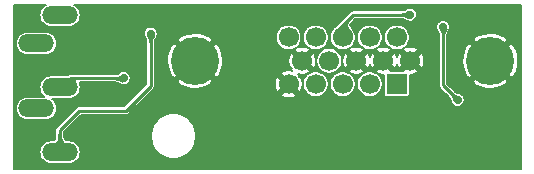
<source format=gbr>
G04 #@! TF.GenerationSoftware,KiCad,Pcbnew,(5.1.10-1-10_14)*
G04 #@! TF.CreationDate,2021-10-22T15:14:23-04:00*
G04 #@! TF.ProjectId,VGA2RT5X,56474132-5254-4355-982e-6b696361645f,1*
G04 #@! TF.SameCoordinates,Original*
G04 #@! TF.FileFunction,Copper,L2,Bot*
G04 #@! TF.FilePolarity,Positive*
%FSLAX46Y46*%
G04 Gerber Fmt 4.6, Leading zero omitted, Abs format (unit mm)*
G04 Created by KiCad (PCBNEW (5.1.10-1-10_14)) date 2021-10-22 15:14:23*
%MOMM*%
%LPD*%
G01*
G04 APERTURE LIST*
G04 #@! TA.AperFunction,ComponentPad*
%ADD10O,3.016000X1.508000*%
G04 #@! TD*
G04 #@! TA.AperFunction,ComponentPad*
%ADD11R,1.700000X1.700000*%
G04 #@! TD*
G04 #@! TA.AperFunction,ComponentPad*
%ADD12C,4.066000*%
G04 #@! TD*
G04 #@! TA.AperFunction,ComponentPad*
%ADD13C,1.700000*%
G04 #@! TD*
G04 #@! TA.AperFunction,ViaPad*
%ADD14C,0.700000*%
G04 #@! TD*
G04 #@! TA.AperFunction,Conductor*
%ADD15C,0.250000*%
G04 #@! TD*
G04 #@! TA.AperFunction,Conductor*
%ADD16C,0.160000*%
G04 #@! TD*
G04 #@! TA.AperFunction,Conductor*
%ADD17C,0.152400*%
G04 #@! TD*
G04 #@! TA.AperFunction,Conductor*
%ADD18C,0.025400*%
G04 #@! TD*
G04 APERTURE END LIST*
D10*
X119610000Y-94320000D03*
X117610000Y-96720000D03*
X119610000Y-100420000D03*
X117610000Y-102220000D03*
X119610000Y-105920000D03*
D11*
X148125000Y-100170000D03*
D12*
X156040000Y-98190000D03*
X131050000Y-98190000D03*
D13*
X145835000Y-100170000D03*
X143545000Y-100170000D03*
X141255000Y-100170000D03*
X138965000Y-100170000D03*
X149270000Y-98190000D03*
X146980000Y-98190000D03*
X144690000Y-98190000D03*
X142400000Y-98190000D03*
X140110000Y-98190000D03*
X148125000Y-96210000D03*
X145835000Y-96210000D03*
X143545000Y-96210000D03*
X141255000Y-96210000D03*
X138965000Y-96210000D03*
D14*
X149850000Y-103080000D03*
X145870000Y-103260000D03*
X149240000Y-94280000D03*
X127289998Y-95890000D03*
X125010000Y-99660000D03*
X153280000Y-101500000D03*
X152050000Y-95320000D03*
D15*
X143545000Y-96210000D02*
X143545000Y-95195000D01*
X143545000Y-95195000D02*
X144460000Y-94280000D01*
X144460000Y-94280000D02*
X149240000Y-94280000D01*
X149240000Y-94280000D02*
X149240000Y-94280000D01*
X127289998Y-100290002D02*
X127289998Y-95890000D01*
X121230000Y-102400000D02*
X125180000Y-102400000D01*
X119590000Y-104040000D02*
X121230000Y-102400000D01*
X125180000Y-102400000D02*
X127289998Y-100290002D01*
X119590000Y-105910000D02*
X119590000Y-104040000D01*
X125010000Y-99660000D02*
X120830000Y-99660000D01*
X120830000Y-99660000D02*
X120050000Y-100440000D01*
X153280000Y-101500000D02*
X152050000Y-100270000D01*
X152050000Y-100270000D02*
X152050000Y-95320000D01*
D16*
X118301091Y-93489521D02*
X118149735Y-93613735D01*
X118025521Y-93765091D01*
X117933221Y-93937772D01*
X117876383Y-94125142D01*
X117857191Y-94320000D01*
X117876383Y-94514858D01*
X117933221Y-94702228D01*
X118025521Y-94874909D01*
X118149735Y-95026265D01*
X118301091Y-95150479D01*
X118473772Y-95242779D01*
X118661142Y-95299617D01*
X118807174Y-95314000D01*
X120412826Y-95314000D01*
X120558858Y-95299617D01*
X120746228Y-95242779D01*
X120918909Y-95150479D01*
X121070265Y-95026265D01*
X121194479Y-94874909D01*
X121286779Y-94702228D01*
X121343617Y-94514858D01*
X121362809Y-94320000D01*
X121343617Y-94125142D01*
X121286779Y-93937772D01*
X121194479Y-93765091D01*
X121070265Y-93613735D01*
X120918909Y-93489521D01*
X120826262Y-93440000D01*
X158630000Y-93440000D01*
X158630001Y-107340000D01*
X115690000Y-107340000D01*
X115690000Y-105920000D01*
X117857191Y-105920000D01*
X117876383Y-106114858D01*
X117933221Y-106302228D01*
X118025521Y-106474909D01*
X118149735Y-106626265D01*
X118301091Y-106750479D01*
X118473772Y-106842779D01*
X118661142Y-106899617D01*
X118807174Y-106914000D01*
X120412826Y-106914000D01*
X120558858Y-106899617D01*
X120746228Y-106842779D01*
X120918909Y-106750479D01*
X121070265Y-106626265D01*
X121194479Y-106474909D01*
X121286779Y-106302228D01*
X121343617Y-106114858D01*
X121362809Y-105920000D01*
X121343617Y-105725142D01*
X121286779Y-105537772D01*
X121194479Y-105365091D01*
X121070265Y-105213735D01*
X120918909Y-105089521D01*
X120746228Y-104997221D01*
X120558858Y-104940383D01*
X120412826Y-104926000D01*
X120112377Y-104926000D01*
X120093799Y-104902318D01*
X120046682Y-104831189D01*
X120010407Y-104757864D01*
X119982240Y-104670463D01*
X119962727Y-104556342D01*
X119955000Y-104400073D01*
X119955000Y-104380199D01*
X127296510Y-104380199D01*
X127296510Y-104759801D01*
X127370567Y-105132109D01*
X127515834Y-105482816D01*
X127726730Y-105798444D01*
X127995149Y-106066863D01*
X128310777Y-106277759D01*
X128661484Y-106423026D01*
X129033792Y-106497083D01*
X129413394Y-106497083D01*
X129785702Y-106423026D01*
X130136409Y-106277759D01*
X130452037Y-106066863D01*
X130720456Y-105798444D01*
X130931352Y-105482816D01*
X131076619Y-105132109D01*
X131150676Y-104759801D01*
X131150676Y-104380199D01*
X131076619Y-104007891D01*
X130931352Y-103657184D01*
X130720456Y-103341556D01*
X130452037Y-103073137D01*
X130136409Y-102862241D01*
X129785702Y-102716974D01*
X129413394Y-102642917D01*
X129033792Y-102642917D01*
X128661484Y-102716974D01*
X128310777Y-102862241D01*
X127995149Y-103073137D01*
X127726730Y-103341556D01*
X127515834Y-103657184D01*
X127370567Y-104007891D01*
X127296510Y-104380199D01*
X119955000Y-104380199D01*
X119955000Y-104191187D01*
X121381188Y-102765000D01*
X125162071Y-102765000D01*
X125180000Y-102766766D01*
X125197929Y-102765000D01*
X125197931Y-102765000D01*
X125251552Y-102759719D01*
X125320355Y-102738848D01*
X125383764Y-102704955D01*
X125439343Y-102659343D01*
X125450779Y-102645408D01*
X127032827Y-101063360D01*
X138317713Y-101063360D01*
X138416372Y-101221149D01*
X138631983Y-101307983D01*
X138860391Y-101351085D01*
X139092819Y-101348799D01*
X139320336Y-101301213D01*
X139513628Y-101221149D01*
X139612287Y-101063360D01*
X138965000Y-100416073D01*
X138317713Y-101063360D01*
X127032827Y-101063360D01*
X127535416Y-100560772D01*
X127549340Y-100549345D01*
X127565756Y-100529343D01*
X127594952Y-100493767D01*
X127594953Y-100493766D01*
X127628846Y-100430357D01*
X127649717Y-100361554D01*
X127654998Y-100307933D01*
X127654998Y-100307931D01*
X127656764Y-100290002D01*
X127654998Y-100272073D01*
X127654998Y-99929002D01*
X129557071Y-99929002D01*
X129798864Y-100208067D01*
X130216609Y-100413375D01*
X130666381Y-100533239D01*
X131130895Y-100563055D01*
X131592301Y-100501676D01*
X132032866Y-100351460D01*
X132301136Y-100208067D01*
X132424756Y-100065391D01*
X137783915Y-100065391D01*
X137786201Y-100297819D01*
X137833787Y-100525336D01*
X137913851Y-100718628D01*
X138071640Y-100817287D01*
X138718927Y-100170000D01*
X138071640Y-99522713D01*
X137913851Y-99621372D01*
X137827017Y-99836983D01*
X137783915Y-100065391D01*
X132424756Y-100065391D01*
X132542929Y-99929002D01*
X131050000Y-98436073D01*
X129557071Y-99929002D01*
X127654998Y-99929002D01*
X127654998Y-98270895D01*
X128676945Y-98270895D01*
X128738324Y-98732301D01*
X128888540Y-99172866D01*
X129031933Y-99441136D01*
X129310998Y-99682929D01*
X130803927Y-98190000D01*
X131296073Y-98190000D01*
X132789002Y-99682929D01*
X133068067Y-99441136D01*
X133148911Y-99276640D01*
X138317713Y-99276640D01*
X138965000Y-99923927D01*
X138979143Y-99909785D01*
X139225216Y-100155858D01*
X139211073Y-100170000D01*
X139858360Y-100817287D01*
X140016149Y-100718628D01*
X140102983Y-100503017D01*
X140146085Y-100274609D01*
X140144001Y-100062644D01*
X140165000Y-100062644D01*
X140165000Y-100277356D01*
X140206888Y-100487941D01*
X140289055Y-100686309D01*
X140408342Y-100864834D01*
X140560166Y-101016658D01*
X140738691Y-101135945D01*
X140937059Y-101218112D01*
X141147644Y-101260000D01*
X141362356Y-101260000D01*
X141572941Y-101218112D01*
X141771309Y-101135945D01*
X141949834Y-101016658D01*
X142101658Y-100864834D01*
X142220945Y-100686309D01*
X142303112Y-100487941D01*
X142345000Y-100277356D01*
X142345000Y-100062644D01*
X142455000Y-100062644D01*
X142455000Y-100277356D01*
X142496888Y-100487941D01*
X142579055Y-100686309D01*
X142698342Y-100864834D01*
X142850166Y-101016658D01*
X143028691Y-101135945D01*
X143227059Y-101218112D01*
X143437644Y-101260000D01*
X143652356Y-101260000D01*
X143862941Y-101218112D01*
X144061309Y-101135945D01*
X144239834Y-101016658D01*
X144391658Y-100864834D01*
X144510945Y-100686309D01*
X144593112Y-100487941D01*
X144635000Y-100277356D01*
X144635000Y-100062644D01*
X144745000Y-100062644D01*
X144745000Y-100277356D01*
X144786888Y-100487941D01*
X144869055Y-100686309D01*
X144988342Y-100864834D01*
X145140166Y-101016658D01*
X145318691Y-101135945D01*
X145517059Y-101218112D01*
X145727644Y-101260000D01*
X145942356Y-101260000D01*
X146152941Y-101218112D01*
X146351309Y-101135945D01*
X146529834Y-101016658D01*
X146681658Y-100864834D01*
X146800945Y-100686309D01*
X146883112Y-100487941D01*
X146925000Y-100277356D01*
X146925000Y-100062644D01*
X146883112Y-99852059D01*
X146800945Y-99653691D01*
X146681658Y-99475166D01*
X146529834Y-99323342D01*
X146351309Y-99204055D01*
X146152941Y-99121888D01*
X145959248Y-99083360D01*
X146332713Y-99083360D01*
X146431372Y-99241149D01*
X146646983Y-99327983D01*
X146875391Y-99371085D01*
X147033839Y-99369527D01*
X147033839Y-101020000D01*
X147038473Y-101067048D01*
X147052196Y-101112288D01*
X147074482Y-101153982D01*
X147104473Y-101190527D01*
X147141018Y-101220518D01*
X147182712Y-101242804D01*
X147227952Y-101256527D01*
X147275000Y-101261161D01*
X148975000Y-101261161D01*
X149022048Y-101256527D01*
X149067288Y-101242804D01*
X149108982Y-101220518D01*
X149145527Y-101190527D01*
X149175518Y-101153982D01*
X149197804Y-101112288D01*
X149211527Y-101067048D01*
X149216161Y-101020000D01*
X149216161Y-99370586D01*
X149397819Y-99368799D01*
X149625336Y-99321213D01*
X149818628Y-99241149D01*
X149917287Y-99083360D01*
X149270000Y-98436073D01*
X148627234Y-99078839D01*
X147622766Y-99078839D01*
X146980000Y-98436073D01*
X146332713Y-99083360D01*
X145959248Y-99083360D01*
X145942356Y-99080000D01*
X145727644Y-99080000D01*
X145517059Y-99121888D01*
X145318691Y-99204055D01*
X145140166Y-99323342D01*
X144988342Y-99475166D01*
X144869055Y-99653691D01*
X144786888Y-99852059D01*
X144745000Y-100062644D01*
X144635000Y-100062644D01*
X144593112Y-99852059D01*
X144510945Y-99653691D01*
X144391658Y-99475166D01*
X144239834Y-99323342D01*
X144061309Y-99204055D01*
X143862941Y-99121888D01*
X143669248Y-99083360D01*
X144042713Y-99083360D01*
X144141372Y-99241149D01*
X144356983Y-99327983D01*
X144585391Y-99371085D01*
X144817819Y-99368799D01*
X145045336Y-99321213D01*
X145238628Y-99241149D01*
X145337287Y-99083360D01*
X144690000Y-98436073D01*
X144042713Y-99083360D01*
X143669248Y-99083360D01*
X143652356Y-99080000D01*
X143437644Y-99080000D01*
X143227059Y-99121888D01*
X143028691Y-99204055D01*
X142850166Y-99323342D01*
X142698342Y-99475166D01*
X142579055Y-99653691D01*
X142496888Y-99852059D01*
X142455000Y-100062644D01*
X142345000Y-100062644D01*
X142303112Y-99852059D01*
X142220945Y-99653691D01*
X142101658Y-99475166D01*
X141949834Y-99323342D01*
X141771309Y-99204055D01*
X141572941Y-99121888D01*
X141362356Y-99080000D01*
X141147644Y-99080000D01*
X140937059Y-99121888D01*
X140738691Y-99204055D01*
X140560166Y-99323342D01*
X140408342Y-99475166D01*
X140289055Y-99653691D01*
X140206888Y-99852059D01*
X140165000Y-100062644D01*
X140144001Y-100062644D01*
X140143799Y-100042181D01*
X140096213Y-99814664D01*
X140016149Y-99621372D01*
X139858362Y-99522714D01*
X139926187Y-99454889D01*
X139804467Y-99333169D01*
X140005391Y-99371085D01*
X140237819Y-99368799D01*
X140465336Y-99321213D01*
X140658628Y-99241149D01*
X140757287Y-99083360D01*
X140110000Y-98436073D01*
X140095858Y-98450216D01*
X139849785Y-98204143D01*
X139863927Y-98190000D01*
X140356073Y-98190000D01*
X141003360Y-98837287D01*
X141161149Y-98738628D01*
X141247983Y-98523017D01*
X141291085Y-98294609D01*
X141289001Y-98082644D01*
X141310000Y-98082644D01*
X141310000Y-98297356D01*
X141351888Y-98507941D01*
X141434055Y-98706309D01*
X141553342Y-98884834D01*
X141705166Y-99036658D01*
X141883691Y-99155945D01*
X142082059Y-99238112D01*
X142292644Y-99280000D01*
X142507356Y-99280000D01*
X142717941Y-99238112D01*
X142916309Y-99155945D01*
X143094834Y-99036658D01*
X143246658Y-98884834D01*
X143365945Y-98706309D01*
X143448112Y-98507941D01*
X143490000Y-98297356D01*
X143490000Y-98085391D01*
X143508915Y-98085391D01*
X143511201Y-98317819D01*
X143558787Y-98545336D01*
X143638851Y-98738628D01*
X143796640Y-98837287D01*
X144443927Y-98190000D01*
X144936073Y-98190000D01*
X145583360Y-98837287D01*
X145741149Y-98738628D01*
X145827983Y-98523017D01*
X145835636Y-98482460D01*
X145848787Y-98545336D01*
X145928851Y-98738628D01*
X146086640Y-98837287D01*
X146733927Y-98190000D01*
X147226073Y-98190000D01*
X147873360Y-98837287D01*
X148031149Y-98738628D01*
X148117983Y-98523017D01*
X148125636Y-98482460D01*
X148138787Y-98545336D01*
X148218851Y-98738628D01*
X148376640Y-98837287D01*
X149023927Y-98190000D01*
X149516073Y-98190000D01*
X150163360Y-98837287D01*
X150321149Y-98738628D01*
X150407983Y-98523017D01*
X150451085Y-98294609D01*
X150448799Y-98062181D01*
X150401213Y-97834664D01*
X150321149Y-97641372D01*
X150163360Y-97542713D01*
X149516073Y-98190000D01*
X149023927Y-98190000D01*
X148376640Y-97542713D01*
X148218851Y-97641372D01*
X148132017Y-97856983D01*
X148124364Y-97897540D01*
X148111213Y-97834664D01*
X148031149Y-97641372D01*
X147873360Y-97542713D01*
X147226073Y-98190000D01*
X146733927Y-98190000D01*
X146086640Y-97542713D01*
X145928851Y-97641372D01*
X145842017Y-97856983D01*
X145834364Y-97897540D01*
X145821213Y-97834664D01*
X145741149Y-97641372D01*
X145583360Y-97542713D01*
X144936073Y-98190000D01*
X144443927Y-98190000D01*
X143796640Y-97542713D01*
X143638851Y-97641372D01*
X143552017Y-97856983D01*
X143508915Y-98085391D01*
X143490000Y-98085391D01*
X143490000Y-98082644D01*
X143448112Y-97872059D01*
X143365945Y-97673691D01*
X143246658Y-97495166D01*
X143094834Y-97343342D01*
X142916309Y-97224055D01*
X142717941Y-97141888D01*
X142507356Y-97100000D01*
X142292644Y-97100000D01*
X142082059Y-97141888D01*
X141883691Y-97224055D01*
X141705166Y-97343342D01*
X141553342Y-97495166D01*
X141434055Y-97673691D01*
X141351888Y-97872059D01*
X141310000Y-98082644D01*
X141289001Y-98082644D01*
X141288799Y-98062181D01*
X141241213Y-97834664D01*
X141161149Y-97641372D01*
X141003360Y-97542713D01*
X140356073Y-98190000D01*
X139863927Y-98190000D01*
X139216640Y-97542713D01*
X139058851Y-97641372D01*
X138972017Y-97856983D01*
X138928915Y-98085391D01*
X138931201Y-98317819D01*
X138978787Y-98545336D01*
X139058851Y-98738628D01*
X139216638Y-98837286D01*
X139148813Y-98905111D01*
X139270533Y-99026831D01*
X139069609Y-98988915D01*
X138837181Y-98991201D01*
X138609664Y-99038787D01*
X138416372Y-99118851D01*
X138317713Y-99276640D01*
X133148911Y-99276640D01*
X133273375Y-99023391D01*
X133393239Y-98573619D01*
X133423055Y-98109105D01*
X133361676Y-97647699D01*
X133211460Y-97207134D01*
X133068067Y-96938864D01*
X132789002Y-96697071D01*
X131296073Y-98190000D01*
X130803927Y-98190000D01*
X129310998Y-96697071D01*
X129031933Y-96938864D01*
X128826625Y-97356609D01*
X128706761Y-97806381D01*
X128676945Y-98270895D01*
X127654998Y-98270895D01*
X127654998Y-96583819D01*
X127657073Y-96518361D01*
X127662059Y-96472598D01*
X127666480Y-96450998D01*
X129557071Y-96450998D01*
X131050000Y-97943927D01*
X132542929Y-96450998D01*
X132301136Y-96171933D01*
X132160153Y-96102644D01*
X137875000Y-96102644D01*
X137875000Y-96317356D01*
X137916888Y-96527941D01*
X137999055Y-96726309D01*
X138118342Y-96904834D01*
X138270166Y-97056658D01*
X138448691Y-97175945D01*
X138647059Y-97258112D01*
X138857644Y-97300000D01*
X139072356Y-97300000D01*
X139089247Y-97296640D01*
X139462713Y-97296640D01*
X140110000Y-97943927D01*
X140757287Y-97296640D01*
X140658628Y-97138851D01*
X140443017Y-97052017D01*
X140214609Y-97008915D01*
X139982181Y-97011201D01*
X139754664Y-97058787D01*
X139561372Y-97138851D01*
X139462713Y-97296640D01*
X139089247Y-97296640D01*
X139282941Y-97258112D01*
X139481309Y-97175945D01*
X139659834Y-97056658D01*
X139811658Y-96904834D01*
X139930945Y-96726309D01*
X140013112Y-96527941D01*
X140055000Y-96317356D01*
X140055000Y-96102644D01*
X140165000Y-96102644D01*
X140165000Y-96317356D01*
X140206888Y-96527941D01*
X140289055Y-96726309D01*
X140408342Y-96904834D01*
X140560166Y-97056658D01*
X140738691Y-97175945D01*
X140937059Y-97258112D01*
X141147644Y-97300000D01*
X141362356Y-97300000D01*
X141572941Y-97258112D01*
X141771309Y-97175945D01*
X141949834Y-97056658D01*
X142101658Y-96904834D01*
X142220945Y-96726309D01*
X142303112Y-96527941D01*
X142345000Y-96317356D01*
X142345000Y-96102644D01*
X142455000Y-96102644D01*
X142455000Y-96317356D01*
X142496888Y-96527941D01*
X142579055Y-96726309D01*
X142698342Y-96904834D01*
X142850166Y-97056658D01*
X143028691Y-97175945D01*
X143227059Y-97258112D01*
X143437644Y-97300000D01*
X143652356Y-97300000D01*
X143669247Y-97296640D01*
X144042713Y-97296640D01*
X144690000Y-97943927D01*
X145337287Y-97296640D01*
X145238628Y-97138851D01*
X145023017Y-97052017D01*
X144794609Y-97008915D01*
X144562181Y-97011201D01*
X144334664Y-97058787D01*
X144141372Y-97138851D01*
X144042713Y-97296640D01*
X143669247Y-97296640D01*
X143862941Y-97258112D01*
X144061309Y-97175945D01*
X144239834Y-97056658D01*
X144391658Y-96904834D01*
X144510945Y-96726309D01*
X144593112Y-96527941D01*
X144635000Y-96317356D01*
X144635000Y-96102644D01*
X144745000Y-96102644D01*
X144745000Y-96317356D01*
X144786888Y-96527941D01*
X144869055Y-96726309D01*
X144988342Y-96904834D01*
X145140166Y-97056658D01*
X145318691Y-97175945D01*
X145517059Y-97258112D01*
X145727644Y-97300000D01*
X145942356Y-97300000D01*
X145959247Y-97296640D01*
X146332713Y-97296640D01*
X146980000Y-97943927D01*
X147627287Y-97296640D01*
X147528628Y-97138851D01*
X147313017Y-97052017D01*
X147084609Y-97008915D01*
X146852181Y-97011201D01*
X146624664Y-97058787D01*
X146431372Y-97138851D01*
X146332713Y-97296640D01*
X145959247Y-97296640D01*
X146152941Y-97258112D01*
X146351309Y-97175945D01*
X146529834Y-97056658D01*
X146681658Y-96904834D01*
X146800945Y-96726309D01*
X146883112Y-96527941D01*
X146925000Y-96317356D01*
X146925000Y-96102644D01*
X147035000Y-96102644D01*
X147035000Y-96317356D01*
X147076888Y-96527941D01*
X147159055Y-96726309D01*
X147278342Y-96904834D01*
X147430166Y-97056658D01*
X147608691Y-97175945D01*
X147807059Y-97258112D01*
X148017644Y-97300000D01*
X148232356Y-97300000D01*
X148249247Y-97296640D01*
X148622713Y-97296640D01*
X149270000Y-97943927D01*
X149917287Y-97296640D01*
X149818628Y-97138851D01*
X149603017Y-97052017D01*
X149374609Y-97008915D01*
X149142181Y-97011201D01*
X148914664Y-97058787D01*
X148721372Y-97138851D01*
X148622713Y-97296640D01*
X148249247Y-97296640D01*
X148442941Y-97258112D01*
X148641309Y-97175945D01*
X148819834Y-97056658D01*
X148971658Y-96904834D01*
X149090945Y-96726309D01*
X149173112Y-96527941D01*
X149215000Y-96317356D01*
X149215000Y-96102644D01*
X149173112Y-95892059D01*
X149090945Y-95693691D01*
X148971658Y-95515166D01*
X148819834Y-95363342D01*
X148668001Y-95261890D01*
X151460000Y-95261890D01*
X151460000Y-95378110D01*
X151482673Y-95492097D01*
X151527149Y-95599470D01*
X151541108Y-95620361D01*
X151552328Y-95642205D01*
X151556874Y-95650637D01*
X151586106Y-95702359D01*
X151588537Y-95706560D01*
X151615196Y-95751579D01*
X151636926Y-95789045D01*
X151652301Y-95818488D01*
X151662974Y-95843467D01*
X151671147Y-95869423D01*
X151677938Y-95902598D01*
X151682926Y-95948374D01*
X151685001Y-96013818D01*
X151685000Y-100252071D01*
X151683234Y-100270000D01*
X151685000Y-100287929D01*
X151685000Y-100287930D01*
X151690281Y-100341551D01*
X151711152Y-100410354D01*
X151745045Y-100473763D01*
X151790657Y-100529342D01*
X151804588Y-100540775D01*
X152531331Y-101267519D01*
X152576109Y-101315229D01*
X152604955Y-101351130D01*
X152623608Y-101379385D01*
X152636186Y-101403524D01*
X152646304Y-101428740D01*
X152656247Y-101460416D01*
X152667365Y-101502236D01*
X152680356Y-101552958D01*
X152681609Y-101557653D01*
X152697512Y-101614896D01*
X152700260Y-101624072D01*
X152707769Y-101647440D01*
X152712673Y-101672097D01*
X152757149Y-101779470D01*
X152821717Y-101876103D01*
X152903897Y-101958283D01*
X153000530Y-102022851D01*
X153107903Y-102067327D01*
X153221890Y-102090000D01*
X153338110Y-102090000D01*
X153452097Y-102067327D01*
X153559470Y-102022851D01*
X153656103Y-101958283D01*
X153738283Y-101876103D01*
X153802851Y-101779470D01*
X153847327Y-101672097D01*
X153870000Y-101558110D01*
X153870000Y-101441890D01*
X153847327Y-101327903D01*
X153802851Y-101220530D01*
X153738283Y-101123897D01*
X153656103Y-101041717D01*
X153559470Y-100977149D01*
X153452097Y-100932673D01*
X153427440Y-100927769D01*
X153404072Y-100920260D01*
X153394896Y-100917512D01*
X153337653Y-100901609D01*
X153332958Y-100900356D01*
X153282236Y-100887365D01*
X153240416Y-100876247D01*
X153208740Y-100866304D01*
X153183524Y-100856186D01*
X153159385Y-100843608D01*
X153131130Y-100824955D01*
X153095229Y-100796109D01*
X153047519Y-100751331D01*
X152415000Y-100118813D01*
X152415000Y-99929002D01*
X154547071Y-99929002D01*
X154788864Y-100208067D01*
X155206609Y-100413375D01*
X155656381Y-100533239D01*
X156120895Y-100563055D01*
X156582301Y-100501676D01*
X157022866Y-100351460D01*
X157291136Y-100208067D01*
X157532929Y-99929002D01*
X156040000Y-98436073D01*
X154547071Y-99929002D01*
X152415000Y-99929002D01*
X152415000Y-98270895D01*
X153666945Y-98270895D01*
X153728324Y-98732301D01*
X153878540Y-99172866D01*
X154021933Y-99441136D01*
X154300998Y-99682929D01*
X155793927Y-98190000D01*
X156286073Y-98190000D01*
X157779002Y-99682929D01*
X158058067Y-99441136D01*
X158263375Y-99023391D01*
X158383239Y-98573619D01*
X158413055Y-98109105D01*
X158351676Y-97647699D01*
X158201460Y-97207134D01*
X158058067Y-96938864D01*
X157779002Y-96697071D01*
X156286073Y-98190000D01*
X155793927Y-98190000D01*
X154300998Y-96697071D01*
X154021933Y-96938864D01*
X153816625Y-97356609D01*
X153696761Y-97806381D01*
X153666945Y-98270895D01*
X152415000Y-98270895D01*
X152415000Y-96450998D01*
X154547071Y-96450998D01*
X156040000Y-97943927D01*
X157532929Y-96450998D01*
X157291136Y-96171933D01*
X156873391Y-95966625D01*
X156423619Y-95846761D01*
X155959105Y-95816945D01*
X155497699Y-95878324D01*
X155057134Y-96028540D01*
X154788864Y-96171933D01*
X154547071Y-96450998D01*
X152415000Y-96450998D01*
X152415000Y-96013819D01*
X152417075Y-95948361D01*
X152422061Y-95902598D01*
X152428852Y-95869423D01*
X152437025Y-95843467D01*
X152447698Y-95818488D01*
X152463073Y-95789045D01*
X152484803Y-95751579D01*
X152511462Y-95706560D01*
X152513893Y-95702359D01*
X152543125Y-95650637D01*
X152547669Y-95642208D01*
X152558887Y-95620368D01*
X152572851Y-95599470D01*
X152617327Y-95492097D01*
X152640000Y-95378110D01*
X152640000Y-95261890D01*
X152617327Y-95147903D01*
X152572851Y-95040530D01*
X152508283Y-94943897D01*
X152426103Y-94861717D01*
X152329470Y-94797149D01*
X152222097Y-94752673D01*
X152108110Y-94730000D01*
X151991890Y-94730000D01*
X151877903Y-94752673D01*
X151770530Y-94797149D01*
X151673897Y-94861717D01*
X151591717Y-94943897D01*
X151527149Y-95040530D01*
X151482673Y-95147903D01*
X151460000Y-95261890D01*
X148668001Y-95261890D01*
X148641309Y-95244055D01*
X148442941Y-95161888D01*
X148232356Y-95120000D01*
X148017644Y-95120000D01*
X147807059Y-95161888D01*
X147608691Y-95244055D01*
X147430166Y-95363342D01*
X147278342Y-95515166D01*
X147159055Y-95693691D01*
X147076888Y-95892059D01*
X147035000Y-96102644D01*
X146925000Y-96102644D01*
X146883112Y-95892059D01*
X146800945Y-95693691D01*
X146681658Y-95515166D01*
X146529834Y-95363342D01*
X146351309Y-95244055D01*
X146152941Y-95161888D01*
X145942356Y-95120000D01*
X145727644Y-95120000D01*
X145517059Y-95161888D01*
X145318691Y-95244055D01*
X145140166Y-95363342D01*
X144988342Y-95515166D01*
X144869055Y-95693691D01*
X144786888Y-95892059D01*
X144745000Y-96102644D01*
X144635000Y-96102644D01*
X144593112Y-95892059D01*
X144510945Y-95693691D01*
X144476587Y-95642271D01*
X144456576Y-95604939D01*
X144449547Y-95592703D01*
X144380422Y-95480175D01*
X144377829Y-95476049D01*
X144311473Y-95372789D01*
X144256487Y-95282545D01*
X144219327Y-95209205D01*
X144201450Y-95155628D01*
X144198024Y-95120289D01*
X144204006Y-95088732D01*
X144228345Y-95040774D01*
X144294956Y-94961232D01*
X144611188Y-94645000D01*
X148546181Y-94645000D01*
X148611638Y-94647075D01*
X148657401Y-94652061D01*
X148690576Y-94658852D01*
X148716532Y-94667025D01*
X148741511Y-94677698D01*
X148770954Y-94693073D01*
X148808420Y-94714803D01*
X148853439Y-94741462D01*
X148857640Y-94743893D01*
X148909362Y-94773125D01*
X148917792Y-94777670D01*
X148939637Y-94788891D01*
X148960530Y-94802851D01*
X149067903Y-94847327D01*
X149181890Y-94870000D01*
X149298110Y-94870000D01*
X149412097Y-94847327D01*
X149519470Y-94802851D01*
X149616103Y-94738283D01*
X149698283Y-94656103D01*
X149762851Y-94559470D01*
X149807327Y-94452097D01*
X149830000Y-94338110D01*
X149830000Y-94221890D01*
X149807327Y-94107903D01*
X149762851Y-94000530D01*
X149698283Y-93903897D01*
X149616103Y-93821717D01*
X149519470Y-93757149D01*
X149412097Y-93712673D01*
X149298110Y-93690000D01*
X149181890Y-93690000D01*
X149067903Y-93712673D01*
X148960530Y-93757149D01*
X148939637Y-93771109D01*
X148917795Y-93782328D01*
X148909362Y-93786874D01*
X148857640Y-93816106D01*
X148853439Y-93818537D01*
X148808420Y-93845196D01*
X148770954Y-93866926D01*
X148741511Y-93882301D01*
X148716532Y-93892974D01*
X148690576Y-93901147D01*
X148657401Y-93907938D01*
X148611625Y-93912926D01*
X148546209Y-93915000D01*
X144477928Y-93915000D01*
X144459999Y-93913234D01*
X144442070Y-93915000D01*
X144442069Y-93915000D01*
X144388448Y-93920281D01*
X144319645Y-93941152D01*
X144319643Y-93941153D01*
X144256234Y-93975046D01*
X144243747Y-93985294D01*
X144200657Y-94020657D01*
X144189225Y-94034587D01*
X143771456Y-94452357D01*
X143771453Y-94452359D01*
X143634994Y-94588529D01*
X143519924Y-94702819D01*
X143421173Y-94800421D01*
X143333778Y-94886422D01*
X143252612Y-94966064D01*
X143173154Y-95043997D01*
X143172960Y-95044187D01*
X143090404Y-95125342D01*
X143090038Y-95125703D01*
X142999540Y-95215047D01*
X142999094Y-95215488D01*
X142895811Y-95317988D01*
X142895367Y-95318430D01*
X142850716Y-95362974D01*
X142850166Y-95363342D01*
X142698342Y-95515166D01*
X142579055Y-95693691D01*
X142496888Y-95892059D01*
X142455000Y-96102644D01*
X142345000Y-96102644D01*
X142303112Y-95892059D01*
X142220945Y-95693691D01*
X142101658Y-95515166D01*
X141949834Y-95363342D01*
X141771309Y-95244055D01*
X141572941Y-95161888D01*
X141362356Y-95120000D01*
X141147644Y-95120000D01*
X140937059Y-95161888D01*
X140738691Y-95244055D01*
X140560166Y-95363342D01*
X140408342Y-95515166D01*
X140289055Y-95693691D01*
X140206888Y-95892059D01*
X140165000Y-96102644D01*
X140055000Y-96102644D01*
X140013112Y-95892059D01*
X139930945Y-95693691D01*
X139811658Y-95515166D01*
X139659834Y-95363342D01*
X139481309Y-95244055D01*
X139282941Y-95161888D01*
X139072356Y-95120000D01*
X138857644Y-95120000D01*
X138647059Y-95161888D01*
X138448691Y-95244055D01*
X138270166Y-95363342D01*
X138118342Y-95515166D01*
X137999055Y-95693691D01*
X137916888Y-95892059D01*
X137875000Y-96102644D01*
X132160153Y-96102644D01*
X131883391Y-95966625D01*
X131433619Y-95846761D01*
X130969105Y-95816945D01*
X130507699Y-95878324D01*
X130067134Y-96028540D01*
X129798864Y-96171933D01*
X129557071Y-96450998D01*
X127666480Y-96450998D01*
X127668850Y-96439423D01*
X127677023Y-96413467D01*
X127687696Y-96388488D01*
X127703071Y-96359045D01*
X127724801Y-96321579D01*
X127751460Y-96276560D01*
X127753891Y-96272359D01*
X127783123Y-96220637D01*
X127787667Y-96212208D01*
X127798885Y-96190368D01*
X127812849Y-96169470D01*
X127857325Y-96062097D01*
X127879998Y-95948110D01*
X127879998Y-95831890D01*
X127857325Y-95717903D01*
X127812849Y-95610530D01*
X127748281Y-95513897D01*
X127666101Y-95431717D01*
X127569468Y-95367149D01*
X127462095Y-95322673D01*
X127348108Y-95300000D01*
X127231888Y-95300000D01*
X127117901Y-95322673D01*
X127010528Y-95367149D01*
X126913895Y-95431717D01*
X126831715Y-95513897D01*
X126767147Y-95610530D01*
X126722671Y-95717903D01*
X126699998Y-95831890D01*
X126699998Y-95948110D01*
X126722671Y-96062097D01*
X126767147Y-96169470D01*
X126781106Y-96190361D01*
X126792326Y-96212205D01*
X126796872Y-96220637D01*
X126826104Y-96272359D01*
X126828535Y-96276560D01*
X126855194Y-96321579D01*
X126876924Y-96359045D01*
X126892299Y-96388488D01*
X126902972Y-96413467D01*
X126911145Y-96439423D01*
X126917936Y-96472598D01*
X126922924Y-96518374D01*
X126924999Y-96583817D01*
X126924998Y-100138814D01*
X125028813Y-102035000D01*
X121247928Y-102035000D01*
X121229999Y-102033234D01*
X121212070Y-102035000D01*
X121212069Y-102035000D01*
X121158448Y-102040281D01*
X121089645Y-102061152D01*
X121035674Y-102090000D01*
X121026234Y-102095046D01*
X121002125Y-102114833D01*
X120970657Y-102140657D01*
X120959226Y-102154586D01*
X119344588Y-103769225D01*
X119330658Y-103780657D01*
X119319227Y-103794586D01*
X119285046Y-103836236D01*
X119251153Y-103899645D01*
X119230282Y-103968448D01*
X119223234Y-104040000D01*
X119225001Y-104057939D01*
X119225001Y-104400178D01*
X119217247Y-104560109D01*
X119197589Y-104677974D01*
X119169103Y-104769226D01*
X119132425Y-104846455D01*
X119085224Y-104921501D01*
X119081915Y-104926000D01*
X118807174Y-104926000D01*
X118661142Y-104940383D01*
X118473772Y-104997221D01*
X118301091Y-105089521D01*
X118149735Y-105213735D01*
X118025521Y-105365091D01*
X117933221Y-105537772D01*
X117876383Y-105725142D01*
X117857191Y-105920000D01*
X115690000Y-105920000D01*
X115690000Y-102220000D01*
X115857191Y-102220000D01*
X115876383Y-102414858D01*
X115933221Y-102602228D01*
X116025521Y-102774909D01*
X116149735Y-102926265D01*
X116301091Y-103050479D01*
X116473772Y-103142779D01*
X116661142Y-103199617D01*
X116807174Y-103214000D01*
X118412826Y-103214000D01*
X118558858Y-103199617D01*
X118746228Y-103142779D01*
X118918909Y-103050479D01*
X119070265Y-102926265D01*
X119194479Y-102774909D01*
X119286779Y-102602228D01*
X119343617Y-102414858D01*
X119362809Y-102220000D01*
X119343617Y-102025142D01*
X119286779Y-101837772D01*
X119194479Y-101665091D01*
X119070265Y-101513735D01*
X118948737Y-101414000D01*
X120412826Y-101414000D01*
X120558858Y-101399617D01*
X120746228Y-101342779D01*
X120918909Y-101250479D01*
X121070265Y-101126265D01*
X121194479Y-100974909D01*
X121286779Y-100802228D01*
X121343617Y-100614858D01*
X121362809Y-100420000D01*
X121343617Y-100225142D01*
X121286779Y-100037772D01*
X121279952Y-100025000D01*
X124316181Y-100025000D01*
X124381638Y-100027075D01*
X124427401Y-100032061D01*
X124460576Y-100038852D01*
X124486532Y-100047025D01*
X124511511Y-100057698D01*
X124540954Y-100073073D01*
X124578420Y-100094803D01*
X124623439Y-100121462D01*
X124627640Y-100123893D01*
X124679362Y-100153125D01*
X124687792Y-100157670D01*
X124709637Y-100168891D01*
X124730530Y-100182851D01*
X124837903Y-100227327D01*
X124951890Y-100250000D01*
X125068110Y-100250000D01*
X125182097Y-100227327D01*
X125289470Y-100182851D01*
X125386103Y-100118283D01*
X125468283Y-100036103D01*
X125532851Y-99939470D01*
X125577327Y-99832097D01*
X125600000Y-99718110D01*
X125600000Y-99601890D01*
X125577327Y-99487903D01*
X125532851Y-99380530D01*
X125468283Y-99283897D01*
X125386103Y-99201717D01*
X125289470Y-99137149D01*
X125182097Y-99092673D01*
X125068110Y-99070000D01*
X124951890Y-99070000D01*
X124837903Y-99092673D01*
X124730530Y-99137149D01*
X124709637Y-99151109D01*
X124687795Y-99162328D01*
X124679362Y-99166874D01*
X124627640Y-99196106D01*
X124623439Y-99198537D01*
X124578420Y-99225196D01*
X124540954Y-99246926D01*
X124511511Y-99262301D01*
X124486532Y-99272974D01*
X124460576Y-99281147D01*
X124427401Y-99287938D01*
X124381625Y-99292926D01*
X124316209Y-99295000D01*
X120847929Y-99295000D01*
X120830000Y-99293234D01*
X120812071Y-99295000D01*
X120812069Y-99295000D01*
X120784989Y-99297667D01*
X120699825Y-99300436D01*
X120683029Y-99301573D01*
X120545496Y-99315742D01*
X120529105Y-99318004D01*
X120411445Y-99338397D01*
X120398344Y-99341045D01*
X120294675Y-99365025D01*
X120288181Y-99366623D01*
X120193931Y-99391210D01*
X120107863Y-99412642D01*
X120039378Y-99426000D01*
X118807174Y-99426000D01*
X118661142Y-99440383D01*
X118473772Y-99497221D01*
X118301091Y-99589521D01*
X118149735Y-99713735D01*
X118025521Y-99865091D01*
X117933221Y-100037772D01*
X117876383Y-100225142D01*
X117857191Y-100420000D01*
X117876383Y-100614858D01*
X117933221Y-100802228D01*
X118025521Y-100974909D01*
X118149735Y-101126265D01*
X118271263Y-101226000D01*
X116807174Y-101226000D01*
X116661142Y-101240383D01*
X116473772Y-101297221D01*
X116301091Y-101389521D01*
X116149735Y-101513735D01*
X116025521Y-101665091D01*
X115933221Y-101837772D01*
X115876383Y-102025142D01*
X115857191Y-102220000D01*
X115690000Y-102220000D01*
X115690000Y-96720000D01*
X115857191Y-96720000D01*
X115876383Y-96914858D01*
X115933221Y-97102228D01*
X116025521Y-97274909D01*
X116149735Y-97426265D01*
X116301091Y-97550479D01*
X116473772Y-97642779D01*
X116661142Y-97699617D01*
X116807174Y-97714000D01*
X118412826Y-97714000D01*
X118558858Y-97699617D01*
X118746228Y-97642779D01*
X118918909Y-97550479D01*
X119070265Y-97426265D01*
X119194479Y-97274909D01*
X119286779Y-97102228D01*
X119343617Y-96914858D01*
X119362809Y-96720000D01*
X119343617Y-96525142D01*
X119286779Y-96337772D01*
X119194479Y-96165091D01*
X119070265Y-96013735D01*
X118918909Y-95889521D01*
X118746228Y-95797221D01*
X118558858Y-95740383D01*
X118412826Y-95726000D01*
X116807174Y-95726000D01*
X116661142Y-95740383D01*
X116473772Y-95797221D01*
X116301091Y-95889521D01*
X116149735Y-96013735D01*
X116025521Y-96165091D01*
X115933221Y-96337772D01*
X115876383Y-96525142D01*
X115857191Y-96720000D01*
X115690000Y-96720000D01*
X115690000Y-93440000D01*
X118393738Y-93440000D01*
X118301091Y-93489521D01*
G04 #@! TA.AperFunction,Conductor*
D17*
G36*
X118301091Y-93489521D02*
G01*
X118149735Y-93613735D01*
X118025521Y-93765091D01*
X117933221Y-93937772D01*
X117876383Y-94125142D01*
X117857191Y-94320000D01*
X117876383Y-94514858D01*
X117933221Y-94702228D01*
X118025521Y-94874909D01*
X118149735Y-95026265D01*
X118301091Y-95150479D01*
X118473772Y-95242779D01*
X118661142Y-95299617D01*
X118807174Y-95314000D01*
X120412826Y-95314000D01*
X120558858Y-95299617D01*
X120746228Y-95242779D01*
X120918909Y-95150479D01*
X121070265Y-95026265D01*
X121194479Y-94874909D01*
X121286779Y-94702228D01*
X121343617Y-94514858D01*
X121362809Y-94320000D01*
X121343617Y-94125142D01*
X121286779Y-93937772D01*
X121194479Y-93765091D01*
X121070265Y-93613735D01*
X120918909Y-93489521D01*
X120826262Y-93440000D01*
X158630000Y-93440000D01*
X158630001Y-107340000D01*
X115690000Y-107340000D01*
X115690000Y-105920000D01*
X117857191Y-105920000D01*
X117876383Y-106114858D01*
X117933221Y-106302228D01*
X118025521Y-106474909D01*
X118149735Y-106626265D01*
X118301091Y-106750479D01*
X118473772Y-106842779D01*
X118661142Y-106899617D01*
X118807174Y-106914000D01*
X120412826Y-106914000D01*
X120558858Y-106899617D01*
X120746228Y-106842779D01*
X120918909Y-106750479D01*
X121070265Y-106626265D01*
X121194479Y-106474909D01*
X121286779Y-106302228D01*
X121343617Y-106114858D01*
X121362809Y-105920000D01*
X121343617Y-105725142D01*
X121286779Y-105537772D01*
X121194479Y-105365091D01*
X121070265Y-105213735D01*
X120918909Y-105089521D01*
X120746228Y-104997221D01*
X120558858Y-104940383D01*
X120412826Y-104926000D01*
X120112377Y-104926000D01*
X120093799Y-104902318D01*
X120046682Y-104831189D01*
X120010407Y-104757864D01*
X119982240Y-104670463D01*
X119962727Y-104556342D01*
X119955000Y-104400073D01*
X119955000Y-104380199D01*
X127296510Y-104380199D01*
X127296510Y-104759801D01*
X127370567Y-105132109D01*
X127515834Y-105482816D01*
X127726730Y-105798444D01*
X127995149Y-106066863D01*
X128310777Y-106277759D01*
X128661484Y-106423026D01*
X129033792Y-106497083D01*
X129413394Y-106497083D01*
X129785702Y-106423026D01*
X130136409Y-106277759D01*
X130452037Y-106066863D01*
X130720456Y-105798444D01*
X130931352Y-105482816D01*
X131076619Y-105132109D01*
X131150676Y-104759801D01*
X131150676Y-104380199D01*
X131076619Y-104007891D01*
X130931352Y-103657184D01*
X130720456Y-103341556D01*
X130452037Y-103073137D01*
X130136409Y-102862241D01*
X129785702Y-102716974D01*
X129413394Y-102642917D01*
X129033792Y-102642917D01*
X128661484Y-102716974D01*
X128310777Y-102862241D01*
X127995149Y-103073137D01*
X127726730Y-103341556D01*
X127515834Y-103657184D01*
X127370567Y-104007891D01*
X127296510Y-104380199D01*
X119955000Y-104380199D01*
X119955000Y-104191187D01*
X121381188Y-102765000D01*
X125162071Y-102765000D01*
X125180000Y-102766766D01*
X125197929Y-102765000D01*
X125197931Y-102765000D01*
X125251552Y-102759719D01*
X125320355Y-102738848D01*
X125383764Y-102704955D01*
X125439343Y-102659343D01*
X125450779Y-102645408D01*
X127032827Y-101063360D01*
X138317713Y-101063360D01*
X138416372Y-101221149D01*
X138631983Y-101307983D01*
X138860391Y-101351085D01*
X139092819Y-101348799D01*
X139320336Y-101301213D01*
X139513628Y-101221149D01*
X139612287Y-101063360D01*
X138965000Y-100416073D01*
X138317713Y-101063360D01*
X127032827Y-101063360D01*
X127535416Y-100560772D01*
X127549340Y-100549345D01*
X127565756Y-100529343D01*
X127594952Y-100493767D01*
X127594953Y-100493766D01*
X127628846Y-100430357D01*
X127649717Y-100361554D01*
X127654998Y-100307933D01*
X127654998Y-100307931D01*
X127656764Y-100290002D01*
X127654998Y-100272073D01*
X127654998Y-99929002D01*
X129557071Y-99929002D01*
X129798864Y-100208067D01*
X130216609Y-100413375D01*
X130666381Y-100533239D01*
X131130895Y-100563055D01*
X131592301Y-100501676D01*
X132032866Y-100351460D01*
X132301136Y-100208067D01*
X132424756Y-100065391D01*
X137783915Y-100065391D01*
X137786201Y-100297819D01*
X137833787Y-100525336D01*
X137913851Y-100718628D01*
X138071640Y-100817287D01*
X138718927Y-100170000D01*
X138071640Y-99522713D01*
X137913851Y-99621372D01*
X137827017Y-99836983D01*
X137783915Y-100065391D01*
X132424756Y-100065391D01*
X132542929Y-99929002D01*
X131050000Y-98436073D01*
X129557071Y-99929002D01*
X127654998Y-99929002D01*
X127654998Y-98270895D01*
X128676945Y-98270895D01*
X128738324Y-98732301D01*
X128888540Y-99172866D01*
X129031933Y-99441136D01*
X129310998Y-99682929D01*
X130803927Y-98190000D01*
X131296073Y-98190000D01*
X132789002Y-99682929D01*
X133068067Y-99441136D01*
X133148911Y-99276640D01*
X138317713Y-99276640D01*
X138965000Y-99923927D01*
X138979143Y-99909785D01*
X139225216Y-100155858D01*
X139211073Y-100170000D01*
X139858360Y-100817287D01*
X140016149Y-100718628D01*
X140102983Y-100503017D01*
X140146085Y-100274609D01*
X140144001Y-100062644D01*
X140165000Y-100062644D01*
X140165000Y-100277356D01*
X140206888Y-100487941D01*
X140289055Y-100686309D01*
X140408342Y-100864834D01*
X140560166Y-101016658D01*
X140738691Y-101135945D01*
X140937059Y-101218112D01*
X141147644Y-101260000D01*
X141362356Y-101260000D01*
X141572941Y-101218112D01*
X141771309Y-101135945D01*
X141949834Y-101016658D01*
X142101658Y-100864834D01*
X142220945Y-100686309D01*
X142303112Y-100487941D01*
X142345000Y-100277356D01*
X142345000Y-100062644D01*
X142455000Y-100062644D01*
X142455000Y-100277356D01*
X142496888Y-100487941D01*
X142579055Y-100686309D01*
X142698342Y-100864834D01*
X142850166Y-101016658D01*
X143028691Y-101135945D01*
X143227059Y-101218112D01*
X143437644Y-101260000D01*
X143652356Y-101260000D01*
X143862941Y-101218112D01*
X144061309Y-101135945D01*
X144239834Y-101016658D01*
X144391658Y-100864834D01*
X144510945Y-100686309D01*
X144593112Y-100487941D01*
X144635000Y-100277356D01*
X144635000Y-100062644D01*
X144745000Y-100062644D01*
X144745000Y-100277356D01*
X144786888Y-100487941D01*
X144869055Y-100686309D01*
X144988342Y-100864834D01*
X145140166Y-101016658D01*
X145318691Y-101135945D01*
X145517059Y-101218112D01*
X145727644Y-101260000D01*
X145942356Y-101260000D01*
X146152941Y-101218112D01*
X146351309Y-101135945D01*
X146529834Y-101016658D01*
X146681658Y-100864834D01*
X146800945Y-100686309D01*
X146883112Y-100487941D01*
X146925000Y-100277356D01*
X146925000Y-100062644D01*
X146883112Y-99852059D01*
X146800945Y-99653691D01*
X146681658Y-99475166D01*
X146529834Y-99323342D01*
X146351309Y-99204055D01*
X146152941Y-99121888D01*
X145959248Y-99083360D01*
X146332713Y-99083360D01*
X146431372Y-99241149D01*
X146646983Y-99327983D01*
X146875391Y-99371085D01*
X147033839Y-99369527D01*
X147033839Y-101020000D01*
X147038473Y-101067048D01*
X147052196Y-101112288D01*
X147074482Y-101153982D01*
X147104473Y-101190527D01*
X147141018Y-101220518D01*
X147182712Y-101242804D01*
X147227952Y-101256527D01*
X147275000Y-101261161D01*
X148975000Y-101261161D01*
X149022048Y-101256527D01*
X149067288Y-101242804D01*
X149108982Y-101220518D01*
X149145527Y-101190527D01*
X149175518Y-101153982D01*
X149197804Y-101112288D01*
X149211527Y-101067048D01*
X149216161Y-101020000D01*
X149216161Y-99370586D01*
X149397819Y-99368799D01*
X149625336Y-99321213D01*
X149818628Y-99241149D01*
X149917287Y-99083360D01*
X149270000Y-98436073D01*
X148627234Y-99078839D01*
X147622766Y-99078839D01*
X146980000Y-98436073D01*
X146332713Y-99083360D01*
X145959248Y-99083360D01*
X145942356Y-99080000D01*
X145727644Y-99080000D01*
X145517059Y-99121888D01*
X145318691Y-99204055D01*
X145140166Y-99323342D01*
X144988342Y-99475166D01*
X144869055Y-99653691D01*
X144786888Y-99852059D01*
X144745000Y-100062644D01*
X144635000Y-100062644D01*
X144593112Y-99852059D01*
X144510945Y-99653691D01*
X144391658Y-99475166D01*
X144239834Y-99323342D01*
X144061309Y-99204055D01*
X143862941Y-99121888D01*
X143669248Y-99083360D01*
X144042713Y-99083360D01*
X144141372Y-99241149D01*
X144356983Y-99327983D01*
X144585391Y-99371085D01*
X144817819Y-99368799D01*
X145045336Y-99321213D01*
X145238628Y-99241149D01*
X145337287Y-99083360D01*
X144690000Y-98436073D01*
X144042713Y-99083360D01*
X143669248Y-99083360D01*
X143652356Y-99080000D01*
X143437644Y-99080000D01*
X143227059Y-99121888D01*
X143028691Y-99204055D01*
X142850166Y-99323342D01*
X142698342Y-99475166D01*
X142579055Y-99653691D01*
X142496888Y-99852059D01*
X142455000Y-100062644D01*
X142345000Y-100062644D01*
X142303112Y-99852059D01*
X142220945Y-99653691D01*
X142101658Y-99475166D01*
X141949834Y-99323342D01*
X141771309Y-99204055D01*
X141572941Y-99121888D01*
X141362356Y-99080000D01*
X141147644Y-99080000D01*
X140937059Y-99121888D01*
X140738691Y-99204055D01*
X140560166Y-99323342D01*
X140408342Y-99475166D01*
X140289055Y-99653691D01*
X140206888Y-99852059D01*
X140165000Y-100062644D01*
X140144001Y-100062644D01*
X140143799Y-100042181D01*
X140096213Y-99814664D01*
X140016149Y-99621372D01*
X139858362Y-99522714D01*
X139926187Y-99454889D01*
X139804467Y-99333169D01*
X140005391Y-99371085D01*
X140237819Y-99368799D01*
X140465336Y-99321213D01*
X140658628Y-99241149D01*
X140757287Y-99083360D01*
X140110000Y-98436073D01*
X140095858Y-98450216D01*
X139849785Y-98204143D01*
X139863927Y-98190000D01*
X140356073Y-98190000D01*
X141003360Y-98837287D01*
X141161149Y-98738628D01*
X141247983Y-98523017D01*
X141291085Y-98294609D01*
X141289001Y-98082644D01*
X141310000Y-98082644D01*
X141310000Y-98297356D01*
X141351888Y-98507941D01*
X141434055Y-98706309D01*
X141553342Y-98884834D01*
X141705166Y-99036658D01*
X141883691Y-99155945D01*
X142082059Y-99238112D01*
X142292644Y-99280000D01*
X142507356Y-99280000D01*
X142717941Y-99238112D01*
X142916309Y-99155945D01*
X143094834Y-99036658D01*
X143246658Y-98884834D01*
X143365945Y-98706309D01*
X143448112Y-98507941D01*
X143490000Y-98297356D01*
X143490000Y-98085391D01*
X143508915Y-98085391D01*
X143511201Y-98317819D01*
X143558787Y-98545336D01*
X143638851Y-98738628D01*
X143796640Y-98837287D01*
X144443927Y-98190000D01*
X144936073Y-98190000D01*
X145583360Y-98837287D01*
X145741149Y-98738628D01*
X145827983Y-98523017D01*
X145835636Y-98482460D01*
X145848787Y-98545336D01*
X145928851Y-98738628D01*
X146086640Y-98837287D01*
X146733927Y-98190000D01*
X147226073Y-98190000D01*
X147873360Y-98837287D01*
X148031149Y-98738628D01*
X148117983Y-98523017D01*
X148125636Y-98482460D01*
X148138787Y-98545336D01*
X148218851Y-98738628D01*
X148376640Y-98837287D01*
X149023927Y-98190000D01*
X149516073Y-98190000D01*
X150163360Y-98837287D01*
X150321149Y-98738628D01*
X150407983Y-98523017D01*
X150451085Y-98294609D01*
X150448799Y-98062181D01*
X150401213Y-97834664D01*
X150321149Y-97641372D01*
X150163360Y-97542713D01*
X149516073Y-98190000D01*
X149023927Y-98190000D01*
X148376640Y-97542713D01*
X148218851Y-97641372D01*
X148132017Y-97856983D01*
X148124364Y-97897540D01*
X148111213Y-97834664D01*
X148031149Y-97641372D01*
X147873360Y-97542713D01*
X147226073Y-98190000D01*
X146733927Y-98190000D01*
X146086640Y-97542713D01*
X145928851Y-97641372D01*
X145842017Y-97856983D01*
X145834364Y-97897540D01*
X145821213Y-97834664D01*
X145741149Y-97641372D01*
X145583360Y-97542713D01*
X144936073Y-98190000D01*
X144443927Y-98190000D01*
X143796640Y-97542713D01*
X143638851Y-97641372D01*
X143552017Y-97856983D01*
X143508915Y-98085391D01*
X143490000Y-98085391D01*
X143490000Y-98082644D01*
X143448112Y-97872059D01*
X143365945Y-97673691D01*
X143246658Y-97495166D01*
X143094834Y-97343342D01*
X142916309Y-97224055D01*
X142717941Y-97141888D01*
X142507356Y-97100000D01*
X142292644Y-97100000D01*
X142082059Y-97141888D01*
X141883691Y-97224055D01*
X141705166Y-97343342D01*
X141553342Y-97495166D01*
X141434055Y-97673691D01*
X141351888Y-97872059D01*
X141310000Y-98082644D01*
X141289001Y-98082644D01*
X141288799Y-98062181D01*
X141241213Y-97834664D01*
X141161149Y-97641372D01*
X141003360Y-97542713D01*
X140356073Y-98190000D01*
X139863927Y-98190000D01*
X139216640Y-97542713D01*
X139058851Y-97641372D01*
X138972017Y-97856983D01*
X138928915Y-98085391D01*
X138931201Y-98317819D01*
X138978787Y-98545336D01*
X139058851Y-98738628D01*
X139216638Y-98837286D01*
X139148813Y-98905111D01*
X139270533Y-99026831D01*
X139069609Y-98988915D01*
X138837181Y-98991201D01*
X138609664Y-99038787D01*
X138416372Y-99118851D01*
X138317713Y-99276640D01*
X133148911Y-99276640D01*
X133273375Y-99023391D01*
X133393239Y-98573619D01*
X133423055Y-98109105D01*
X133361676Y-97647699D01*
X133211460Y-97207134D01*
X133068067Y-96938864D01*
X132789002Y-96697071D01*
X131296073Y-98190000D01*
X130803927Y-98190000D01*
X129310998Y-96697071D01*
X129031933Y-96938864D01*
X128826625Y-97356609D01*
X128706761Y-97806381D01*
X128676945Y-98270895D01*
X127654998Y-98270895D01*
X127654998Y-96583819D01*
X127657073Y-96518361D01*
X127662059Y-96472598D01*
X127666480Y-96450998D01*
X129557071Y-96450998D01*
X131050000Y-97943927D01*
X132542929Y-96450998D01*
X132301136Y-96171933D01*
X132160153Y-96102644D01*
X137875000Y-96102644D01*
X137875000Y-96317356D01*
X137916888Y-96527941D01*
X137999055Y-96726309D01*
X138118342Y-96904834D01*
X138270166Y-97056658D01*
X138448691Y-97175945D01*
X138647059Y-97258112D01*
X138857644Y-97300000D01*
X139072356Y-97300000D01*
X139089247Y-97296640D01*
X139462713Y-97296640D01*
X140110000Y-97943927D01*
X140757287Y-97296640D01*
X140658628Y-97138851D01*
X140443017Y-97052017D01*
X140214609Y-97008915D01*
X139982181Y-97011201D01*
X139754664Y-97058787D01*
X139561372Y-97138851D01*
X139462713Y-97296640D01*
X139089247Y-97296640D01*
X139282941Y-97258112D01*
X139481309Y-97175945D01*
X139659834Y-97056658D01*
X139811658Y-96904834D01*
X139930945Y-96726309D01*
X140013112Y-96527941D01*
X140055000Y-96317356D01*
X140055000Y-96102644D01*
X140165000Y-96102644D01*
X140165000Y-96317356D01*
X140206888Y-96527941D01*
X140289055Y-96726309D01*
X140408342Y-96904834D01*
X140560166Y-97056658D01*
X140738691Y-97175945D01*
X140937059Y-97258112D01*
X141147644Y-97300000D01*
X141362356Y-97300000D01*
X141572941Y-97258112D01*
X141771309Y-97175945D01*
X141949834Y-97056658D01*
X142101658Y-96904834D01*
X142220945Y-96726309D01*
X142303112Y-96527941D01*
X142345000Y-96317356D01*
X142345000Y-96102644D01*
X142455000Y-96102644D01*
X142455000Y-96317356D01*
X142496888Y-96527941D01*
X142579055Y-96726309D01*
X142698342Y-96904834D01*
X142850166Y-97056658D01*
X143028691Y-97175945D01*
X143227059Y-97258112D01*
X143437644Y-97300000D01*
X143652356Y-97300000D01*
X143669247Y-97296640D01*
X144042713Y-97296640D01*
X144690000Y-97943927D01*
X145337287Y-97296640D01*
X145238628Y-97138851D01*
X145023017Y-97052017D01*
X144794609Y-97008915D01*
X144562181Y-97011201D01*
X144334664Y-97058787D01*
X144141372Y-97138851D01*
X144042713Y-97296640D01*
X143669247Y-97296640D01*
X143862941Y-97258112D01*
X144061309Y-97175945D01*
X144239834Y-97056658D01*
X144391658Y-96904834D01*
X144510945Y-96726309D01*
X144593112Y-96527941D01*
X144635000Y-96317356D01*
X144635000Y-96102644D01*
X144745000Y-96102644D01*
X144745000Y-96317356D01*
X144786888Y-96527941D01*
X144869055Y-96726309D01*
X144988342Y-96904834D01*
X145140166Y-97056658D01*
X145318691Y-97175945D01*
X145517059Y-97258112D01*
X145727644Y-97300000D01*
X145942356Y-97300000D01*
X145959247Y-97296640D01*
X146332713Y-97296640D01*
X146980000Y-97943927D01*
X147627287Y-97296640D01*
X147528628Y-97138851D01*
X147313017Y-97052017D01*
X147084609Y-97008915D01*
X146852181Y-97011201D01*
X146624664Y-97058787D01*
X146431372Y-97138851D01*
X146332713Y-97296640D01*
X145959247Y-97296640D01*
X146152941Y-97258112D01*
X146351309Y-97175945D01*
X146529834Y-97056658D01*
X146681658Y-96904834D01*
X146800945Y-96726309D01*
X146883112Y-96527941D01*
X146925000Y-96317356D01*
X146925000Y-96102644D01*
X147035000Y-96102644D01*
X147035000Y-96317356D01*
X147076888Y-96527941D01*
X147159055Y-96726309D01*
X147278342Y-96904834D01*
X147430166Y-97056658D01*
X147608691Y-97175945D01*
X147807059Y-97258112D01*
X148017644Y-97300000D01*
X148232356Y-97300000D01*
X148249247Y-97296640D01*
X148622713Y-97296640D01*
X149270000Y-97943927D01*
X149917287Y-97296640D01*
X149818628Y-97138851D01*
X149603017Y-97052017D01*
X149374609Y-97008915D01*
X149142181Y-97011201D01*
X148914664Y-97058787D01*
X148721372Y-97138851D01*
X148622713Y-97296640D01*
X148249247Y-97296640D01*
X148442941Y-97258112D01*
X148641309Y-97175945D01*
X148819834Y-97056658D01*
X148971658Y-96904834D01*
X149090945Y-96726309D01*
X149173112Y-96527941D01*
X149215000Y-96317356D01*
X149215000Y-96102644D01*
X149173112Y-95892059D01*
X149090945Y-95693691D01*
X148971658Y-95515166D01*
X148819834Y-95363342D01*
X148668001Y-95261890D01*
X151460000Y-95261890D01*
X151460000Y-95378110D01*
X151482673Y-95492097D01*
X151527149Y-95599470D01*
X151541108Y-95620361D01*
X151552328Y-95642205D01*
X151556874Y-95650637D01*
X151586106Y-95702359D01*
X151588537Y-95706560D01*
X151615196Y-95751579D01*
X151636926Y-95789045D01*
X151652301Y-95818488D01*
X151662974Y-95843467D01*
X151671147Y-95869423D01*
X151677938Y-95902598D01*
X151682926Y-95948374D01*
X151685001Y-96013818D01*
X151685000Y-100252071D01*
X151683234Y-100270000D01*
X151685000Y-100287929D01*
X151685000Y-100287930D01*
X151690281Y-100341551D01*
X151711152Y-100410354D01*
X151745045Y-100473763D01*
X151790657Y-100529342D01*
X151804588Y-100540775D01*
X152531331Y-101267519D01*
X152576109Y-101315229D01*
X152604955Y-101351130D01*
X152623608Y-101379385D01*
X152636186Y-101403524D01*
X152646304Y-101428740D01*
X152656247Y-101460416D01*
X152667365Y-101502236D01*
X152680356Y-101552958D01*
X152681609Y-101557653D01*
X152697512Y-101614896D01*
X152700260Y-101624072D01*
X152707769Y-101647440D01*
X152712673Y-101672097D01*
X152757149Y-101779470D01*
X152821717Y-101876103D01*
X152903897Y-101958283D01*
X153000530Y-102022851D01*
X153107903Y-102067327D01*
X153221890Y-102090000D01*
X153338110Y-102090000D01*
X153452097Y-102067327D01*
X153559470Y-102022851D01*
X153656103Y-101958283D01*
X153738283Y-101876103D01*
X153802851Y-101779470D01*
X153847327Y-101672097D01*
X153870000Y-101558110D01*
X153870000Y-101441890D01*
X153847327Y-101327903D01*
X153802851Y-101220530D01*
X153738283Y-101123897D01*
X153656103Y-101041717D01*
X153559470Y-100977149D01*
X153452097Y-100932673D01*
X153427440Y-100927769D01*
X153404072Y-100920260D01*
X153394896Y-100917512D01*
X153337653Y-100901609D01*
X153332958Y-100900356D01*
X153282236Y-100887365D01*
X153240416Y-100876247D01*
X153208740Y-100866304D01*
X153183524Y-100856186D01*
X153159385Y-100843608D01*
X153131130Y-100824955D01*
X153095229Y-100796109D01*
X153047519Y-100751331D01*
X152415000Y-100118813D01*
X152415000Y-99929002D01*
X154547071Y-99929002D01*
X154788864Y-100208067D01*
X155206609Y-100413375D01*
X155656381Y-100533239D01*
X156120895Y-100563055D01*
X156582301Y-100501676D01*
X157022866Y-100351460D01*
X157291136Y-100208067D01*
X157532929Y-99929002D01*
X156040000Y-98436073D01*
X154547071Y-99929002D01*
X152415000Y-99929002D01*
X152415000Y-98270895D01*
X153666945Y-98270895D01*
X153728324Y-98732301D01*
X153878540Y-99172866D01*
X154021933Y-99441136D01*
X154300998Y-99682929D01*
X155793927Y-98190000D01*
X156286073Y-98190000D01*
X157779002Y-99682929D01*
X158058067Y-99441136D01*
X158263375Y-99023391D01*
X158383239Y-98573619D01*
X158413055Y-98109105D01*
X158351676Y-97647699D01*
X158201460Y-97207134D01*
X158058067Y-96938864D01*
X157779002Y-96697071D01*
X156286073Y-98190000D01*
X155793927Y-98190000D01*
X154300998Y-96697071D01*
X154021933Y-96938864D01*
X153816625Y-97356609D01*
X153696761Y-97806381D01*
X153666945Y-98270895D01*
X152415000Y-98270895D01*
X152415000Y-96450998D01*
X154547071Y-96450998D01*
X156040000Y-97943927D01*
X157532929Y-96450998D01*
X157291136Y-96171933D01*
X156873391Y-95966625D01*
X156423619Y-95846761D01*
X155959105Y-95816945D01*
X155497699Y-95878324D01*
X155057134Y-96028540D01*
X154788864Y-96171933D01*
X154547071Y-96450998D01*
X152415000Y-96450998D01*
X152415000Y-96013819D01*
X152417075Y-95948361D01*
X152422061Y-95902598D01*
X152428852Y-95869423D01*
X152437025Y-95843467D01*
X152447698Y-95818488D01*
X152463073Y-95789045D01*
X152484803Y-95751579D01*
X152511462Y-95706560D01*
X152513893Y-95702359D01*
X152543125Y-95650637D01*
X152547669Y-95642208D01*
X152558887Y-95620368D01*
X152572851Y-95599470D01*
X152617327Y-95492097D01*
X152640000Y-95378110D01*
X152640000Y-95261890D01*
X152617327Y-95147903D01*
X152572851Y-95040530D01*
X152508283Y-94943897D01*
X152426103Y-94861717D01*
X152329470Y-94797149D01*
X152222097Y-94752673D01*
X152108110Y-94730000D01*
X151991890Y-94730000D01*
X151877903Y-94752673D01*
X151770530Y-94797149D01*
X151673897Y-94861717D01*
X151591717Y-94943897D01*
X151527149Y-95040530D01*
X151482673Y-95147903D01*
X151460000Y-95261890D01*
X148668001Y-95261890D01*
X148641309Y-95244055D01*
X148442941Y-95161888D01*
X148232356Y-95120000D01*
X148017644Y-95120000D01*
X147807059Y-95161888D01*
X147608691Y-95244055D01*
X147430166Y-95363342D01*
X147278342Y-95515166D01*
X147159055Y-95693691D01*
X147076888Y-95892059D01*
X147035000Y-96102644D01*
X146925000Y-96102644D01*
X146883112Y-95892059D01*
X146800945Y-95693691D01*
X146681658Y-95515166D01*
X146529834Y-95363342D01*
X146351309Y-95244055D01*
X146152941Y-95161888D01*
X145942356Y-95120000D01*
X145727644Y-95120000D01*
X145517059Y-95161888D01*
X145318691Y-95244055D01*
X145140166Y-95363342D01*
X144988342Y-95515166D01*
X144869055Y-95693691D01*
X144786888Y-95892059D01*
X144745000Y-96102644D01*
X144635000Y-96102644D01*
X144593112Y-95892059D01*
X144510945Y-95693691D01*
X144476587Y-95642271D01*
X144456576Y-95604939D01*
X144449547Y-95592703D01*
X144380422Y-95480175D01*
X144377829Y-95476049D01*
X144311473Y-95372789D01*
X144256487Y-95282545D01*
X144219327Y-95209205D01*
X144201450Y-95155628D01*
X144198024Y-95120289D01*
X144204006Y-95088732D01*
X144228345Y-95040774D01*
X144294956Y-94961232D01*
X144611188Y-94645000D01*
X148546181Y-94645000D01*
X148611638Y-94647075D01*
X148657401Y-94652061D01*
X148690576Y-94658852D01*
X148716532Y-94667025D01*
X148741511Y-94677698D01*
X148770954Y-94693073D01*
X148808420Y-94714803D01*
X148853439Y-94741462D01*
X148857640Y-94743893D01*
X148909362Y-94773125D01*
X148917792Y-94777670D01*
X148939637Y-94788891D01*
X148960530Y-94802851D01*
X149067903Y-94847327D01*
X149181890Y-94870000D01*
X149298110Y-94870000D01*
X149412097Y-94847327D01*
X149519470Y-94802851D01*
X149616103Y-94738283D01*
X149698283Y-94656103D01*
X149762851Y-94559470D01*
X149807327Y-94452097D01*
X149830000Y-94338110D01*
X149830000Y-94221890D01*
X149807327Y-94107903D01*
X149762851Y-94000530D01*
X149698283Y-93903897D01*
X149616103Y-93821717D01*
X149519470Y-93757149D01*
X149412097Y-93712673D01*
X149298110Y-93690000D01*
X149181890Y-93690000D01*
X149067903Y-93712673D01*
X148960530Y-93757149D01*
X148939637Y-93771109D01*
X148917795Y-93782328D01*
X148909362Y-93786874D01*
X148857640Y-93816106D01*
X148853439Y-93818537D01*
X148808420Y-93845196D01*
X148770954Y-93866926D01*
X148741511Y-93882301D01*
X148716532Y-93892974D01*
X148690576Y-93901147D01*
X148657401Y-93907938D01*
X148611625Y-93912926D01*
X148546209Y-93915000D01*
X144477928Y-93915000D01*
X144459999Y-93913234D01*
X144442070Y-93915000D01*
X144442069Y-93915000D01*
X144388448Y-93920281D01*
X144319645Y-93941152D01*
X144319643Y-93941153D01*
X144256234Y-93975046D01*
X144243747Y-93985294D01*
X144200657Y-94020657D01*
X144189225Y-94034587D01*
X143771456Y-94452357D01*
X143771453Y-94452359D01*
X143634994Y-94588529D01*
X143519924Y-94702819D01*
X143421173Y-94800421D01*
X143333778Y-94886422D01*
X143252612Y-94966064D01*
X143173154Y-95043997D01*
X143172960Y-95044187D01*
X143090404Y-95125342D01*
X143090038Y-95125703D01*
X142999540Y-95215047D01*
X142999094Y-95215488D01*
X142895811Y-95317988D01*
X142895367Y-95318430D01*
X142850716Y-95362974D01*
X142850166Y-95363342D01*
X142698342Y-95515166D01*
X142579055Y-95693691D01*
X142496888Y-95892059D01*
X142455000Y-96102644D01*
X142345000Y-96102644D01*
X142303112Y-95892059D01*
X142220945Y-95693691D01*
X142101658Y-95515166D01*
X141949834Y-95363342D01*
X141771309Y-95244055D01*
X141572941Y-95161888D01*
X141362356Y-95120000D01*
X141147644Y-95120000D01*
X140937059Y-95161888D01*
X140738691Y-95244055D01*
X140560166Y-95363342D01*
X140408342Y-95515166D01*
X140289055Y-95693691D01*
X140206888Y-95892059D01*
X140165000Y-96102644D01*
X140055000Y-96102644D01*
X140013112Y-95892059D01*
X139930945Y-95693691D01*
X139811658Y-95515166D01*
X139659834Y-95363342D01*
X139481309Y-95244055D01*
X139282941Y-95161888D01*
X139072356Y-95120000D01*
X138857644Y-95120000D01*
X138647059Y-95161888D01*
X138448691Y-95244055D01*
X138270166Y-95363342D01*
X138118342Y-95515166D01*
X137999055Y-95693691D01*
X137916888Y-95892059D01*
X137875000Y-96102644D01*
X132160153Y-96102644D01*
X131883391Y-95966625D01*
X131433619Y-95846761D01*
X130969105Y-95816945D01*
X130507699Y-95878324D01*
X130067134Y-96028540D01*
X129798864Y-96171933D01*
X129557071Y-96450998D01*
X127666480Y-96450998D01*
X127668850Y-96439423D01*
X127677023Y-96413467D01*
X127687696Y-96388488D01*
X127703071Y-96359045D01*
X127724801Y-96321579D01*
X127751460Y-96276560D01*
X127753891Y-96272359D01*
X127783123Y-96220637D01*
X127787667Y-96212208D01*
X127798885Y-96190368D01*
X127812849Y-96169470D01*
X127857325Y-96062097D01*
X127879998Y-95948110D01*
X127879998Y-95831890D01*
X127857325Y-95717903D01*
X127812849Y-95610530D01*
X127748281Y-95513897D01*
X127666101Y-95431717D01*
X127569468Y-95367149D01*
X127462095Y-95322673D01*
X127348108Y-95300000D01*
X127231888Y-95300000D01*
X127117901Y-95322673D01*
X127010528Y-95367149D01*
X126913895Y-95431717D01*
X126831715Y-95513897D01*
X126767147Y-95610530D01*
X126722671Y-95717903D01*
X126699998Y-95831890D01*
X126699998Y-95948110D01*
X126722671Y-96062097D01*
X126767147Y-96169470D01*
X126781106Y-96190361D01*
X126792326Y-96212205D01*
X126796872Y-96220637D01*
X126826104Y-96272359D01*
X126828535Y-96276560D01*
X126855194Y-96321579D01*
X126876924Y-96359045D01*
X126892299Y-96388488D01*
X126902972Y-96413467D01*
X126911145Y-96439423D01*
X126917936Y-96472598D01*
X126922924Y-96518374D01*
X126924999Y-96583817D01*
X126924998Y-100138814D01*
X125028813Y-102035000D01*
X121247928Y-102035000D01*
X121229999Y-102033234D01*
X121212070Y-102035000D01*
X121212069Y-102035000D01*
X121158448Y-102040281D01*
X121089645Y-102061152D01*
X121035674Y-102090000D01*
X121026234Y-102095046D01*
X121002125Y-102114833D01*
X120970657Y-102140657D01*
X120959226Y-102154586D01*
X119344588Y-103769225D01*
X119330658Y-103780657D01*
X119319227Y-103794586D01*
X119285046Y-103836236D01*
X119251153Y-103899645D01*
X119230282Y-103968448D01*
X119223234Y-104040000D01*
X119225001Y-104057939D01*
X119225001Y-104400178D01*
X119217247Y-104560109D01*
X119197589Y-104677974D01*
X119169103Y-104769226D01*
X119132425Y-104846455D01*
X119085224Y-104921501D01*
X119081915Y-104926000D01*
X118807174Y-104926000D01*
X118661142Y-104940383D01*
X118473772Y-104997221D01*
X118301091Y-105089521D01*
X118149735Y-105213735D01*
X118025521Y-105365091D01*
X117933221Y-105537772D01*
X117876383Y-105725142D01*
X117857191Y-105920000D01*
X115690000Y-105920000D01*
X115690000Y-102220000D01*
X115857191Y-102220000D01*
X115876383Y-102414858D01*
X115933221Y-102602228D01*
X116025521Y-102774909D01*
X116149735Y-102926265D01*
X116301091Y-103050479D01*
X116473772Y-103142779D01*
X116661142Y-103199617D01*
X116807174Y-103214000D01*
X118412826Y-103214000D01*
X118558858Y-103199617D01*
X118746228Y-103142779D01*
X118918909Y-103050479D01*
X119070265Y-102926265D01*
X119194479Y-102774909D01*
X119286779Y-102602228D01*
X119343617Y-102414858D01*
X119362809Y-102220000D01*
X119343617Y-102025142D01*
X119286779Y-101837772D01*
X119194479Y-101665091D01*
X119070265Y-101513735D01*
X118948737Y-101414000D01*
X120412826Y-101414000D01*
X120558858Y-101399617D01*
X120746228Y-101342779D01*
X120918909Y-101250479D01*
X121070265Y-101126265D01*
X121194479Y-100974909D01*
X121286779Y-100802228D01*
X121343617Y-100614858D01*
X121362809Y-100420000D01*
X121343617Y-100225142D01*
X121286779Y-100037772D01*
X121279952Y-100025000D01*
X124316181Y-100025000D01*
X124381638Y-100027075D01*
X124427401Y-100032061D01*
X124460576Y-100038852D01*
X124486532Y-100047025D01*
X124511511Y-100057698D01*
X124540954Y-100073073D01*
X124578420Y-100094803D01*
X124623439Y-100121462D01*
X124627640Y-100123893D01*
X124679362Y-100153125D01*
X124687792Y-100157670D01*
X124709637Y-100168891D01*
X124730530Y-100182851D01*
X124837903Y-100227327D01*
X124951890Y-100250000D01*
X125068110Y-100250000D01*
X125182097Y-100227327D01*
X125289470Y-100182851D01*
X125386103Y-100118283D01*
X125468283Y-100036103D01*
X125532851Y-99939470D01*
X125577327Y-99832097D01*
X125600000Y-99718110D01*
X125600000Y-99601890D01*
X125577327Y-99487903D01*
X125532851Y-99380530D01*
X125468283Y-99283897D01*
X125386103Y-99201717D01*
X125289470Y-99137149D01*
X125182097Y-99092673D01*
X125068110Y-99070000D01*
X124951890Y-99070000D01*
X124837903Y-99092673D01*
X124730530Y-99137149D01*
X124709637Y-99151109D01*
X124687795Y-99162328D01*
X124679362Y-99166874D01*
X124627640Y-99196106D01*
X124623439Y-99198537D01*
X124578420Y-99225196D01*
X124540954Y-99246926D01*
X124511511Y-99262301D01*
X124486532Y-99272974D01*
X124460576Y-99281147D01*
X124427401Y-99287938D01*
X124381625Y-99292926D01*
X124316209Y-99295000D01*
X120847929Y-99295000D01*
X120830000Y-99293234D01*
X120812071Y-99295000D01*
X120812069Y-99295000D01*
X120784989Y-99297667D01*
X120699825Y-99300436D01*
X120683029Y-99301573D01*
X120545496Y-99315742D01*
X120529105Y-99318004D01*
X120411445Y-99338397D01*
X120398344Y-99341045D01*
X120294675Y-99365025D01*
X120288181Y-99366623D01*
X120193931Y-99391210D01*
X120107863Y-99412642D01*
X120039378Y-99426000D01*
X118807174Y-99426000D01*
X118661142Y-99440383D01*
X118473772Y-99497221D01*
X118301091Y-99589521D01*
X118149735Y-99713735D01*
X118025521Y-99865091D01*
X117933221Y-100037772D01*
X117876383Y-100225142D01*
X117857191Y-100420000D01*
X117876383Y-100614858D01*
X117933221Y-100802228D01*
X118025521Y-100974909D01*
X118149735Y-101126265D01*
X118271263Y-101226000D01*
X116807174Y-101226000D01*
X116661142Y-101240383D01*
X116473772Y-101297221D01*
X116301091Y-101389521D01*
X116149735Y-101513735D01*
X116025521Y-101665091D01*
X115933221Y-101837772D01*
X115876383Y-102025142D01*
X115857191Y-102220000D01*
X115690000Y-102220000D01*
X115690000Y-96720000D01*
X115857191Y-96720000D01*
X115876383Y-96914858D01*
X115933221Y-97102228D01*
X116025521Y-97274909D01*
X116149735Y-97426265D01*
X116301091Y-97550479D01*
X116473772Y-97642779D01*
X116661142Y-97699617D01*
X116807174Y-97714000D01*
X118412826Y-97714000D01*
X118558858Y-97699617D01*
X118746228Y-97642779D01*
X118918909Y-97550479D01*
X119070265Y-97426265D01*
X119194479Y-97274909D01*
X119286779Y-97102228D01*
X119343617Y-96914858D01*
X119362809Y-96720000D01*
X119343617Y-96525142D01*
X119286779Y-96337772D01*
X119194479Y-96165091D01*
X119070265Y-96013735D01*
X118918909Y-95889521D01*
X118746228Y-95797221D01*
X118558858Y-95740383D01*
X118412826Y-95726000D01*
X116807174Y-95726000D01*
X116661142Y-95740383D01*
X116473772Y-95797221D01*
X116301091Y-95889521D01*
X116149735Y-96013735D01*
X116025521Y-96165091D01*
X115933221Y-96337772D01*
X115876383Y-96525142D01*
X115857191Y-96720000D01*
X115690000Y-96720000D01*
X115690000Y-93440000D01*
X118393738Y-93440000D01*
X118301091Y-93489521D01*
G37*
G04 #@! TD.AperFunction*
D18*
X144100555Y-94799780D02*
X144017001Y-94899555D01*
X144015413Y-94901962D01*
X143963231Y-95004783D01*
X143962078Y-95008165D01*
X143943355Y-95106932D01*
X143943192Y-95110522D01*
X143952550Y-95207048D01*
X143953144Y-95209843D01*
X143985209Y-95305942D01*
X143985927Y-95307662D01*
X144035322Y-95405149D01*
X144035806Y-95406017D01*
X144097154Y-95506703D01*
X144097315Y-95506961D01*
X144165184Y-95612575D01*
X144234030Y-95724649D01*
X144294442Y-95837351D01*
X143547477Y-96614103D01*
X142959882Y-95611015D01*
X143073840Y-95497329D01*
X143177075Y-95394876D01*
X143267554Y-95305551D01*
X143350100Y-95224406D01*
X143429558Y-95146473D01*
X143429560Y-95146471D01*
X143510762Y-95066794D01*
X143510775Y-95066781D01*
X143598564Y-94980393D01*
X143598584Y-94980374D01*
X143697804Y-94882308D01*
X143697826Y-94882286D01*
X143813319Y-94767576D01*
X143813340Y-94767555D01*
X143940970Y-94640195D01*
X144100555Y-94799780D01*
G04 #@! TA.AperFunction,Conductor*
D17*
G36*
X144100555Y-94799780D02*
G01*
X144017001Y-94899555D01*
X144015413Y-94901962D01*
X143963231Y-95004783D01*
X143962078Y-95008165D01*
X143943355Y-95106932D01*
X143943192Y-95110522D01*
X143952550Y-95207048D01*
X143953144Y-95209843D01*
X143985209Y-95305942D01*
X143985927Y-95307662D01*
X144035322Y-95405149D01*
X144035806Y-95406017D01*
X144097154Y-95506703D01*
X144097315Y-95506961D01*
X144165184Y-95612575D01*
X144234030Y-95724649D01*
X144294442Y-95837351D01*
X143547477Y-96614103D01*
X142959882Y-95611015D01*
X143073840Y-95497329D01*
X143177075Y-95394876D01*
X143267554Y-95305551D01*
X143350100Y-95224406D01*
X143429558Y-95146473D01*
X143429560Y-95146471D01*
X143510762Y-95066794D01*
X143510775Y-95066781D01*
X143598564Y-94980393D01*
X143598584Y-94980374D01*
X143697804Y-94882308D01*
X143697826Y-94882286D01*
X143813319Y-94767576D01*
X143813340Y-94767555D01*
X143940970Y-94640195D01*
X144100555Y-94799780D01*
G37*
G04 #@! TD.AperFunction*
D18*
X149396678Y-94280000D02*
X149085174Y-94579559D01*
X149033467Y-94552999D01*
X148982104Y-94523970D01*
X148936164Y-94496766D01*
X148936065Y-94496708D01*
X148893140Y-94471812D01*
X148892647Y-94471541D01*
X148850250Y-94449401D01*
X148849361Y-94448979D01*
X148804911Y-94429986D01*
X148803735Y-94429551D01*
X148754653Y-94414097D01*
X148753386Y-94413769D01*
X148697092Y-94402246D01*
X148695921Y-94402063D01*
X148629835Y-94394862D01*
X148628861Y-94394793D01*
X148562700Y-94392696D01*
X148562700Y-94167304D01*
X148628862Y-94165206D01*
X148629835Y-94165137D01*
X148695921Y-94157936D01*
X148697092Y-94157753D01*
X148753386Y-94146230D01*
X148754653Y-94145902D01*
X148803735Y-94130448D01*
X148804911Y-94130013D01*
X148849361Y-94111020D01*
X148850250Y-94110598D01*
X148892647Y-94088458D01*
X148893140Y-94088187D01*
X148936065Y-94063291D01*
X148936164Y-94063233D01*
X148982104Y-94036029D01*
X149033467Y-94007000D01*
X149085174Y-93980441D01*
X149396678Y-94280000D01*
G04 #@! TA.AperFunction,Conductor*
D17*
G36*
X149396678Y-94280000D02*
G01*
X149085174Y-94579559D01*
X149033467Y-94552999D01*
X148982104Y-94523970D01*
X148936164Y-94496766D01*
X148936065Y-94496708D01*
X148893140Y-94471812D01*
X148892647Y-94471541D01*
X148850250Y-94449401D01*
X148849361Y-94448979D01*
X148804911Y-94429986D01*
X148803735Y-94429551D01*
X148754653Y-94414097D01*
X148753386Y-94413769D01*
X148697092Y-94402246D01*
X148695921Y-94402063D01*
X148629835Y-94394862D01*
X148628861Y-94394793D01*
X148562700Y-94392696D01*
X148562700Y-94167304D01*
X148628862Y-94165206D01*
X148629835Y-94165137D01*
X148695921Y-94157936D01*
X148697092Y-94157753D01*
X148753386Y-94146230D01*
X148754653Y-94145902D01*
X148803735Y-94130448D01*
X148804911Y-94130013D01*
X148849361Y-94111020D01*
X148850250Y-94110598D01*
X148892647Y-94088458D01*
X148893140Y-94088187D01*
X148936065Y-94063291D01*
X148936164Y-94063233D01*
X148982104Y-94036029D01*
X149033467Y-94007000D01*
X149085174Y-93980441D01*
X149396678Y-94280000D01*
G37*
G04 #@! TD.AperFunction*
D18*
X127589557Y-96044826D02*
X127562997Y-96096532D01*
X127533968Y-96147895D01*
X127506764Y-96193835D01*
X127506706Y-96193934D01*
X127481810Y-96236859D01*
X127481539Y-96237352D01*
X127459399Y-96279749D01*
X127458977Y-96280638D01*
X127439984Y-96325088D01*
X127439549Y-96326264D01*
X127424095Y-96375346D01*
X127423767Y-96376613D01*
X127412244Y-96432907D01*
X127412061Y-96434078D01*
X127404860Y-96500164D01*
X127404791Y-96501138D01*
X127402694Y-96567300D01*
X127177302Y-96567300D01*
X127175204Y-96501137D01*
X127175135Y-96500164D01*
X127167934Y-96434078D01*
X127167751Y-96432907D01*
X127156228Y-96376613D01*
X127155900Y-96375346D01*
X127140446Y-96326264D01*
X127140011Y-96325088D01*
X127121018Y-96280638D01*
X127120596Y-96279749D01*
X127098456Y-96237352D01*
X127098185Y-96236859D01*
X127073289Y-96193934D01*
X127073231Y-96193835D01*
X127046027Y-96147895D01*
X127016998Y-96096532D01*
X126990439Y-96044826D01*
X127289998Y-95733322D01*
X127589557Y-96044826D01*
G04 #@! TA.AperFunction,Conductor*
D17*
G36*
X127589557Y-96044826D02*
G01*
X127562997Y-96096532D01*
X127533968Y-96147895D01*
X127506764Y-96193835D01*
X127506706Y-96193934D01*
X127481810Y-96236859D01*
X127481539Y-96237352D01*
X127459399Y-96279749D01*
X127458977Y-96280638D01*
X127439984Y-96325088D01*
X127439549Y-96326264D01*
X127424095Y-96375346D01*
X127423767Y-96376613D01*
X127412244Y-96432907D01*
X127412061Y-96434078D01*
X127404860Y-96500164D01*
X127404791Y-96501138D01*
X127402694Y-96567300D01*
X127177302Y-96567300D01*
X127175204Y-96501137D01*
X127175135Y-96500164D01*
X127167934Y-96434078D01*
X127167751Y-96432907D01*
X127156228Y-96376613D01*
X127155900Y-96375346D01*
X127140446Y-96326264D01*
X127140011Y-96325088D01*
X127121018Y-96280638D01*
X127120596Y-96279749D01*
X127098456Y-96237352D01*
X127098185Y-96236859D01*
X127073289Y-96193934D01*
X127073231Y-96193835D01*
X127046027Y-96147895D01*
X127016998Y-96096532D01*
X126990439Y-96044826D01*
X127289998Y-95733322D01*
X127589557Y-96044826D01*
G37*
G04 #@! TD.AperFunction*
D18*
X119711047Y-104583217D02*
X119711214Y-104584730D01*
X119736040Y-104729925D01*
X119736470Y-104731681D01*
X119775332Y-104852270D01*
X119776037Y-104854006D01*
X119826879Y-104956774D01*
X119827674Y-104958155D01*
X119888440Y-105049890D01*
X119889036Y-105050716D01*
X119957668Y-105138204D01*
X119957872Y-105138458D01*
X120032233Y-105228390D01*
X120110073Y-105327297D01*
X120189443Y-105442018D01*
X120264088Y-105571893D01*
X119619435Y-106278554D01*
X118938513Y-105606780D01*
X119007394Y-105471078D01*
X119081819Y-105351367D01*
X119155793Y-105248320D01*
X119227248Y-105154898D01*
X119227391Y-105154707D01*
X119293968Y-105064189D01*
X119294487Y-105063426D01*
X119353884Y-104968988D01*
X119354606Y-104967674D01*
X119404627Y-104862351D01*
X119405278Y-104860687D01*
X119443727Y-104737517D01*
X119444131Y-104735822D01*
X119468812Y-104587842D01*
X119468970Y-104586368D01*
X119477099Y-104418700D01*
X119702912Y-104418700D01*
X119711047Y-104583217D01*
G04 #@! TA.AperFunction,Conductor*
D17*
G36*
X119711047Y-104583217D02*
G01*
X119711214Y-104584730D01*
X119736040Y-104729925D01*
X119736470Y-104731681D01*
X119775332Y-104852270D01*
X119776037Y-104854006D01*
X119826879Y-104956774D01*
X119827674Y-104958155D01*
X119888440Y-105049890D01*
X119889036Y-105050716D01*
X119957668Y-105138204D01*
X119957872Y-105138458D01*
X120032233Y-105228390D01*
X120110073Y-105327297D01*
X120189443Y-105442018D01*
X120264088Y-105571893D01*
X119619435Y-106278554D01*
X118938513Y-105606780D01*
X119007394Y-105471078D01*
X119081819Y-105351367D01*
X119155793Y-105248320D01*
X119227248Y-105154898D01*
X119227391Y-105154707D01*
X119293968Y-105064189D01*
X119294487Y-105063426D01*
X119353884Y-104968988D01*
X119354606Y-104967674D01*
X119404627Y-104862351D01*
X119405278Y-104860687D01*
X119443727Y-104737517D01*
X119444131Y-104735822D01*
X119468812Y-104587842D01*
X119468970Y-104586368D01*
X119477099Y-104418700D01*
X119702912Y-104418700D01*
X119711047Y-104583217D01*
G37*
G04 #@! TD.AperFunction*
D18*
X125166678Y-99660000D02*
X124855174Y-99959559D01*
X124803467Y-99932999D01*
X124752104Y-99903970D01*
X124706164Y-99876766D01*
X124706065Y-99876708D01*
X124663140Y-99851812D01*
X124662647Y-99851541D01*
X124620250Y-99829401D01*
X124619361Y-99828979D01*
X124574911Y-99809986D01*
X124573735Y-99809551D01*
X124524653Y-99794097D01*
X124523386Y-99793769D01*
X124467092Y-99782246D01*
X124465921Y-99782063D01*
X124399835Y-99774862D01*
X124398861Y-99774793D01*
X124332700Y-99772696D01*
X124332700Y-99547304D01*
X124398862Y-99545206D01*
X124399835Y-99545137D01*
X124465921Y-99537936D01*
X124467092Y-99537753D01*
X124523386Y-99526230D01*
X124524653Y-99525902D01*
X124573735Y-99510448D01*
X124574911Y-99510013D01*
X124619361Y-99491020D01*
X124620250Y-99490598D01*
X124662647Y-99468458D01*
X124663140Y-99468187D01*
X124706065Y-99443291D01*
X124706164Y-99443233D01*
X124752104Y-99416029D01*
X124803467Y-99387000D01*
X124855174Y-99360441D01*
X125166678Y-99660000D01*
G04 #@! TA.AperFunction,Conductor*
D17*
G36*
X125166678Y-99660000D02*
G01*
X124855174Y-99959559D01*
X124803467Y-99932999D01*
X124752104Y-99903970D01*
X124706164Y-99876766D01*
X124706065Y-99876708D01*
X124663140Y-99851812D01*
X124662647Y-99851541D01*
X124620250Y-99829401D01*
X124619361Y-99828979D01*
X124574911Y-99809986D01*
X124573735Y-99809551D01*
X124524653Y-99794097D01*
X124523386Y-99793769D01*
X124467092Y-99782246D01*
X124465921Y-99782063D01*
X124399835Y-99774862D01*
X124398861Y-99774793D01*
X124332700Y-99772696D01*
X124332700Y-99547304D01*
X124398862Y-99545206D01*
X124399835Y-99545137D01*
X124465921Y-99537936D01*
X124467092Y-99537753D01*
X124523386Y-99526230D01*
X124524653Y-99525902D01*
X124573735Y-99510448D01*
X124574911Y-99510013D01*
X124619361Y-99491020D01*
X124620250Y-99490598D01*
X124662647Y-99468458D01*
X124663140Y-99468187D01*
X124706065Y-99443291D01*
X124706164Y-99443233D01*
X124752104Y-99416029D01*
X124803467Y-99387000D01*
X124855174Y-99360441D01*
X125166678Y-99660000D01*
G37*
G04 #@! TD.AperFunction*
D18*
X120858213Y-99773729D02*
X120694132Y-99793356D01*
X120691700Y-99793892D01*
X120690143Y-99794517D01*
X120567768Y-99853268D01*
X120565641Y-99854560D01*
X120563797Y-99856253D01*
X120483063Y-99946568D01*
X120481593Y-99948578D01*
X120480887Y-99949963D01*
X120430538Y-100065621D01*
X120429810Y-100067824D01*
X120398591Y-100202602D01*
X120398419Y-100203485D01*
X120375092Y-100351040D01*
X120348471Y-100504772D01*
X120307516Y-100658041D01*
X120241276Y-100804823D01*
X120143851Y-100932713D01*
X119272239Y-100540694D01*
X119698737Y-99683633D01*
X119833525Y-99692925D01*
X119834644Y-99692953D01*
X119956592Y-99690595D01*
X119957763Y-99690518D01*
X120064292Y-99678561D01*
X120065306Y-99678405D01*
X120162297Y-99659487D01*
X120162935Y-99659346D01*
X120256270Y-99636104D01*
X120256407Y-99636069D01*
X120351818Y-99611179D01*
X120454950Y-99587323D01*
X120571825Y-99567066D01*
X120708484Y-99552987D01*
X120858213Y-99548119D01*
X120858213Y-99773729D01*
G04 #@! TA.AperFunction,Conductor*
D17*
G36*
X120858213Y-99773729D02*
G01*
X120694132Y-99793356D01*
X120691700Y-99793892D01*
X120690143Y-99794517D01*
X120567768Y-99853268D01*
X120565641Y-99854560D01*
X120563797Y-99856253D01*
X120483063Y-99946568D01*
X120481593Y-99948578D01*
X120480887Y-99949963D01*
X120430538Y-100065621D01*
X120429810Y-100067824D01*
X120398591Y-100202602D01*
X120398419Y-100203485D01*
X120375092Y-100351040D01*
X120348471Y-100504772D01*
X120307516Y-100658041D01*
X120241276Y-100804823D01*
X120143851Y-100932713D01*
X119272239Y-100540694D01*
X119698737Y-99683633D01*
X119833525Y-99692925D01*
X119834644Y-99692953D01*
X119956592Y-99690595D01*
X119957763Y-99690518D01*
X120064292Y-99678561D01*
X120065306Y-99678405D01*
X120162297Y-99659487D01*
X120162935Y-99659346D01*
X120256270Y-99636104D01*
X120256407Y-99636069D01*
X120351818Y-99611179D01*
X120454950Y-99587323D01*
X120571825Y-99567066D01*
X120708484Y-99552987D01*
X120858213Y-99548119D01*
X120858213Y-99773729D01*
G37*
G04 #@! TD.AperFunction*
D18*
X152929031Y-100986688D02*
X152929767Y-100987328D01*
X152981589Y-101028967D01*
X152982547Y-101029666D01*
X153030501Y-101061323D01*
X153031629Y-101061987D01*
X153077263Y-101085766D01*
X153078403Y-101086290D01*
X153123264Y-101104291D01*
X153124190Y-101104621D01*
X153169824Y-101118945D01*
X153170364Y-101119102D01*
X153218321Y-101131851D01*
X153218433Y-101131880D01*
X153270113Y-101145116D01*
X153327027Y-101160928D01*
X153382340Y-101178701D01*
X153390787Y-101610787D01*
X152958701Y-101602340D01*
X152940928Y-101547027D01*
X152925116Y-101490113D01*
X152911880Y-101438433D01*
X152911851Y-101438321D01*
X152899102Y-101390364D01*
X152898945Y-101389824D01*
X152884621Y-101344190D01*
X152884291Y-101343264D01*
X152866290Y-101298403D01*
X152865766Y-101297263D01*
X152841987Y-101251629D01*
X152841323Y-101250501D01*
X152809666Y-101202547D01*
X152808967Y-101201589D01*
X152767328Y-101149767D01*
X152766688Y-101149031D01*
X152721389Y-101100765D01*
X152880765Y-100941389D01*
X152929031Y-100986688D01*
G04 #@! TA.AperFunction,Conductor*
D17*
G36*
X152929031Y-100986688D02*
G01*
X152929767Y-100987328D01*
X152981589Y-101028967D01*
X152982547Y-101029666D01*
X153030501Y-101061323D01*
X153031629Y-101061987D01*
X153077263Y-101085766D01*
X153078403Y-101086290D01*
X153123264Y-101104291D01*
X153124190Y-101104621D01*
X153169824Y-101118945D01*
X153170364Y-101119102D01*
X153218321Y-101131851D01*
X153218433Y-101131880D01*
X153270113Y-101145116D01*
X153327027Y-101160928D01*
X153382340Y-101178701D01*
X153390787Y-101610787D01*
X152958701Y-101602340D01*
X152940928Y-101547027D01*
X152925116Y-101490113D01*
X152911880Y-101438433D01*
X152911851Y-101438321D01*
X152899102Y-101390364D01*
X152898945Y-101389824D01*
X152884621Y-101344190D01*
X152884291Y-101343264D01*
X152866290Y-101298403D01*
X152865766Y-101297263D01*
X152841987Y-101251629D01*
X152841323Y-101250501D01*
X152809666Y-101202547D01*
X152808967Y-101201589D01*
X152767328Y-101149767D01*
X152766688Y-101149031D01*
X152721389Y-101100765D01*
X152880765Y-100941389D01*
X152929031Y-100986688D01*
G37*
G04 #@! TD.AperFunction*
D18*
X152349559Y-95474826D02*
X152322999Y-95526532D01*
X152293970Y-95577895D01*
X152266766Y-95623835D01*
X152266708Y-95623934D01*
X152241812Y-95666859D01*
X152241541Y-95667352D01*
X152219401Y-95709749D01*
X152218979Y-95710638D01*
X152199986Y-95755088D01*
X152199551Y-95756264D01*
X152184097Y-95805346D01*
X152183769Y-95806613D01*
X152172246Y-95862907D01*
X152172063Y-95864078D01*
X152164862Y-95930164D01*
X152164793Y-95931138D01*
X152162696Y-95997300D01*
X151937304Y-95997300D01*
X151935206Y-95931137D01*
X151935137Y-95930164D01*
X151927936Y-95864078D01*
X151927753Y-95862907D01*
X151916230Y-95806613D01*
X151915902Y-95805346D01*
X151900448Y-95756264D01*
X151900013Y-95755088D01*
X151881020Y-95710638D01*
X151880598Y-95709749D01*
X151858458Y-95667352D01*
X151858187Y-95666859D01*
X151833291Y-95623934D01*
X151833233Y-95623835D01*
X151806029Y-95577895D01*
X151777000Y-95526532D01*
X151750441Y-95474826D01*
X152050000Y-95163322D01*
X152349559Y-95474826D01*
G04 #@! TA.AperFunction,Conductor*
D17*
G36*
X152349559Y-95474826D02*
G01*
X152322999Y-95526532D01*
X152293970Y-95577895D01*
X152266766Y-95623835D01*
X152266708Y-95623934D01*
X152241812Y-95666859D01*
X152241541Y-95667352D01*
X152219401Y-95709749D01*
X152218979Y-95710638D01*
X152199986Y-95755088D01*
X152199551Y-95756264D01*
X152184097Y-95805346D01*
X152183769Y-95806613D01*
X152172246Y-95862907D01*
X152172063Y-95864078D01*
X152164862Y-95930164D01*
X152164793Y-95931138D01*
X152162696Y-95997300D01*
X151937304Y-95997300D01*
X151935206Y-95931137D01*
X151935137Y-95930164D01*
X151927936Y-95864078D01*
X151927753Y-95862907D01*
X151916230Y-95806613D01*
X151915902Y-95805346D01*
X151900448Y-95756264D01*
X151900013Y-95755088D01*
X151881020Y-95710638D01*
X151880598Y-95709749D01*
X151858458Y-95667352D01*
X151858187Y-95666859D01*
X151833291Y-95623934D01*
X151833233Y-95623835D01*
X151806029Y-95577895D01*
X151777000Y-95526532D01*
X151750441Y-95474826D01*
X152050000Y-95163322D01*
X152349559Y-95474826D01*
G37*
G04 #@! TD.AperFunction*
M02*

</source>
